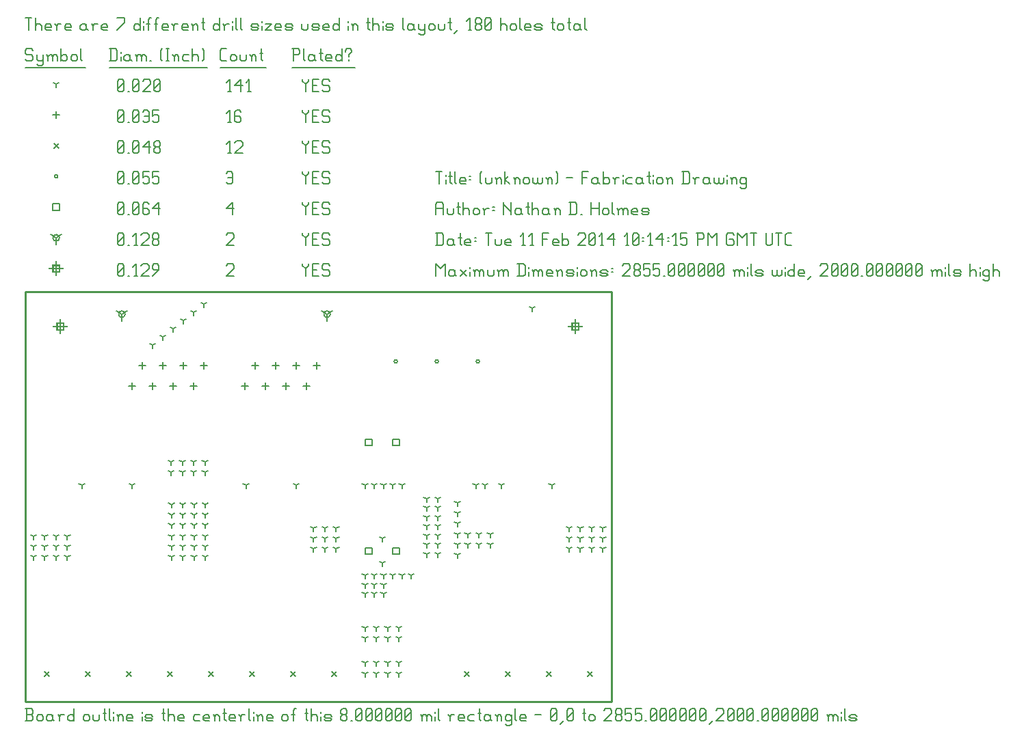
<source format=gbr>
G04 start of page 12 for group -3984 idx -3984 *
G04 Title: (unknown), fab *
G04 Creator: pcb 20110918 *
G04 CreationDate: Tue 11 Feb 2014 10:14:15 PM GMT UTC *
G04 For: ndholmes *
G04 Format: Gerber/RS-274X *
G04 PCB-Dimensions: 285500 200000 *
G04 PCB-Coordinate-Origin: lower left *
%MOIN*%
%FSLAX25Y25*%
%LNFAB*%
%ADD87C,0.0100*%
%ADD86C,0.0060*%
%ADD85R,0.0080X0.0080*%
G54D85*X17000Y186200D02*Y179800D01*
X13800Y183000D02*X20200D01*
X15400Y184600D02*X18600D01*
X15400D02*Y181400D01*
X18600D01*
Y184600D02*Y181400D01*
X268000Y186200D02*Y179800D01*
X264800Y183000D02*X271200D01*
X266400Y184600D02*X269600D01*
X266400D02*Y181400D01*
X269600D01*
Y184600D02*Y181400D01*
X15000Y214450D02*Y208050D01*
X11800Y211250D02*X18200D01*
X13400Y212850D02*X16600D01*
X13400D02*Y209650D01*
X16600D01*
Y212850D02*Y209650D01*
G54D86*X135000Y213500D02*Y212750D01*
X136500Y211250D01*
X138000Y212750D01*
Y213500D02*Y212750D01*
X136500Y211250D02*Y207500D01*
X139800Y210500D02*X142050D01*
X139800Y207500D02*X142800D01*
X139800Y213500D02*Y207500D01*
Y213500D02*X142800D01*
X147600D02*X148350Y212750D01*
X145350Y213500D02*X147600D01*
X144600Y212750D02*X145350Y213500D01*
X144600Y212750D02*Y211250D01*
X145350Y210500D01*
X147600D01*
X148350Y209750D01*
Y208250D01*
X147600Y207500D02*X148350Y208250D01*
X145350Y207500D02*X147600D01*
X144600Y208250D02*X145350Y207500D01*
X98000Y212750D02*X98750Y213500D01*
X101000D01*
X101750Y212750D01*
Y211250D01*
X98000Y207500D02*X101750Y211250D01*
X98000Y207500D02*X101750D01*
X45000Y208250D02*X45750Y207500D01*
X45000Y212750D02*Y208250D01*
Y212750D02*X45750Y213500D01*
X47250D01*
X48000Y212750D01*
Y208250D01*
X47250Y207500D02*X48000Y208250D01*
X45750Y207500D02*X47250D01*
X45000Y209000D02*X48000Y212000D01*
X49800Y207500D02*X50550D01*
X53100D02*X54600D01*
X53850Y213500D02*Y207500D01*
X52350Y212000D02*X53850Y213500D01*
X56400Y212750D02*X57150Y213500D01*
X59400D01*
X60150Y212750D01*
Y211250D01*
X56400Y207500D02*X60150Y211250D01*
X56400Y207500D02*X60150D01*
X61950D02*X64950Y210500D01*
Y212750D02*Y210500D01*
X64200Y213500D02*X64950Y212750D01*
X62700Y213500D02*X64200D01*
X61950Y212750D02*X62700Y213500D01*
X61950Y212750D02*Y211250D01*
X62700Y210500D01*
X64950D01*
X147000Y189000D02*Y185800D01*
Y189000D02*X149773Y190600D01*
X147000Y189000D02*X144227Y190600D01*
X145400Y189000D02*G75*G03X148600Y189000I1600J0D01*G01*
G75*G03X145400Y189000I-1600J0D01*G01*
X47000D02*Y185800D01*
Y189000D02*X49773Y190600D01*
X47000Y189000D02*X44227Y190600D01*
X45400Y189000D02*G75*G03X48600Y189000I1600J0D01*G01*
G75*G03X45400Y189000I-1600J0D01*G01*
X15000Y226250D02*Y223050D01*
Y226250D02*X17773Y227850D01*
X15000Y226250D02*X12227Y227850D01*
X13400Y226250D02*G75*G03X16600Y226250I1600J0D01*G01*
G75*G03X13400Y226250I-1600J0D01*G01*
X135000Y228500D02*Y227750D01*
X136500Y226250D01*
X138000Y227750D01*
Y228500D02*Y227750D01*
X136500Y226250D02*Y222500D01*
X139800Y225500D02*X142050D01*
X139800Y222500D02*X142800D01*
X139800Y228500D02*Y222500D01*
Y228500D02*X142800D01*
X147600D02*X148350Y227750D01*
X145350Y228500D02*X147600D01*
X144600Y227750D02*X145350Y228500D01*
X144600Y227750D02*Y226250D01*
X145350Y225500D01*
X147600D01*
X148350Y224750D01*
Y223250D01*
X147600Y222500D02*X148350Y223250D01*
X145350Y222500D02*X147600D01*
X144600Y223250D02*X145350Y222500D01*
X98000Y227750D02*X98750Y228500D01*
X101000D01*
X101750Y227750D01*
Y226250D01*
X98000Y222500D02*X101750Y226250D01*
X98000Y222500D02*X101750D01*
X45000Y223250D02*X45750Y222500D01*
X45000Y227750D02*Y223250D01*
Y227750D02*X45750Y228500D01*
X47250D01*
X48000Y227750D01*
Y223250D01*
X47250Y222500D02*X48000Y223250D01*
X45750Y222500D02*X47250D01*
X45000Y224000D02*X48000Y227000D01*
X49800Y222500D02*X50550D01*
X53100D02*X54600D01*
X53850Y228500D02*Y222500D01*
X52350Y227000D02*X53850Y228500D01*
X56400Y227750D02*X57150Y228500D01*
X59400D01*
X60150Y227750D01*
Y226250D01*
X56400Y222500D02*X60150Y226250D01*
X56400Y222500D02*X60150D01*
X61950Y223250D02*X62700Y222500D01*
X61950Y224750D02*Y223250D01*
Y224750D02*X62700Y225500D01*
X64200D01*
X64950Y224750D01*
Y223250D01*
X64200Y222500D02*X64950Y223250D01*
X62700Y222500D02*X64200D01*
X61950Y226250D02*X62700Y225500D01*
X61950Y227750D02*Y226250D01*
Y227750D02*X62700Y228500D01*
X64200D01*
X64950Y227750D01*
Y226250D01*
X64200Y225500D02*X64950Y226250D01*
X165700Y128100D02*X168900D01*
X165700D02*Y124900D01*
X168900D01*
Y128100D02*Y124900D01*
X179100Y128100D02*X182300D01*
X179100D02*Y124900D01*
X182300D01*
Y128100D02*Y124900D01*
X165700Y75100D02*X168900D01*
X165700D02*Y71900D01*
X168900D01*
Y75100D02*Y71900D01*
X179100Y75100D02*X182300D01*
X179100D02*Y71900D01*
X182300D01*
Y75100D02*Y71900D01*
X13400Y242850D02*X16600D01*
X13400D02*Y239650D01*
X16600D01*
Y242850D02*Y239650D01*
X135000Y243500D02*Y242750D01*
X136500Y241250D01*
X138000Y242750D01*
Y243500D02*Y242750D01*
X136500Y241250D02*Y237500D01*
X139800Y240500D02*X142050D01*
X139800Y237500D02*X142800D01*
X139800Y243500D02*Y237500D01*
Y243500D02*X142800D01*
X147600D02*X148350Y242750D01*
X145350Y243500D02*X147600D01*
X144600Y242750D02*X145350Y243500D01*
X144600Y242750D02*Y241250D01*
X145350Y240500D01*
X147600D01*
X148350Y239750D01*
Y238250D01*
X147600Y237500D02*X148350Y238250D01*
X145350Y237500D02*X147600D01*
X144600Y238250D02*X145350Y237500D01*
X98000Y240500D02*X101000Y243500D01*
X98000Y240500D02*X101750D01*
X101000Y243500D02*Y237500D01*
X45000Y238250D02*X45750Y237500D01*
X45000Y242750D02*Y238250D01*
Y242750D02*X45750Y243500D01*
X47250D01*
X48000Y242750D01*
Y238250D01*
X47250Y237500D02*X48000Y238250D01*
X45750Y237500D02*X47250D01*
X45000Y239000D02*X48000Y242000D01*
X49800Y237500D02*X50550D01*
X52350Y238250D02*X53100Y237500D01*
X52350Y242750D02*Y238250D01*
Y242750D02*X53100Y243500D01*
X54600D01*
X55350Y242750D01*
Y238250D01*
X54600Y237500D02*X55350Y238250D01*
X53100Y237500D02*X54600D01*
X52350Y239000D02*X55350Y242000D01*
X59400Y243500D02*X60150Y242750D01*
X57900Y243500D02*X59400D01*
X57150Y242750D02*X57900Y243500D01*
X57150Y242750D02*Y238250D01*
X57900Y237500D01*
X59400Y240500D02*X60150Y239750D01*
X57150Y240500D02*X59400D01*
X57900Y237500D02*X59400D01*
X60150Y238250D01*
Y239750D02*Y238250D01*
X61950Y240500D02*X64950Y243500D01*
X61950Y240500D02*X65700D01*
X64950Y243500D02*Y237500D01*
X219700Y166000D02*G75*G03X221300Y166000I800J0D01*G01*
G75*G03X219700Y166000I-800J0D01*G01*
X199700D02*G75*G03X201300Y166000I800J0D01*G01*
G75*G03X199700Y166000I-800J0D01*G01*
X179700D02*G75*G03X181300Y166000I800J0D01*G01*
G75*G03X179700Y166000I-800J0D01*G01*
X14200Y256250D02*G75*G03X15800Y256250I800J0D01*G01*
G75*G03X14200Y256250I-800J0D01*G01*
X135000Y258500D02*Y257750D01*
X136500Y256250D01*
X138000Y257750D01*
Y258500D02*Y257750D01*
X136500Y256250D02*Y252500D01*
X139800Y255500D02*X142050D01*
X139800Y252500D02*X142800D01*
X139800Y258500D02*Y252500D01*
Y258500D02*X142800D01*
X147600D02*X148350Y257750D01*
X145350Y258500D02*X147600D01*
X144600Y257750D02*X145350Y258500D01*
X144600Y257750D02*Y256250D01*
X145350Y255500D01*
X147600D01*
X148350Y254750D01*
Y253250D01*
X147600Y252500D02*X148350Y253250D01*
X145350Y252500D02*X147600D01*
X144600Y253250D02*X145350Y252500D01*
X98000Y257750D02*X98750Y258500D01*
X100250D01*
X101000Y257750D01*
Y253250D01*
X100250Y252500D02*X101000Y253250D01*
X98750Y252500D02*X100250D01*
X98000Y253250D02*X98750Y252500D01*
Y255500D02*X101000D01*
X45000Y253250D02*X45750Y252500D01*
X45000Y257750D02*Y253250D01*
Y257750D02*X45750Y258500D01*
X47250D01*
X48000Y257750D01*
Y253250D01*
X47250Y252500D02*X48000Y253250D01*
X45750Y252500D02*X47250D01*
X45000Y254000D02*X48000Y257000D01*
X49800Y252500D02*X50550D01*
X52350Y253250D02*X53100Y252500D01*
X52350Y257750D02*Y253250D01*
Y257750D02*X53100Y258500D01*
X54600D01*
X55350Y257750D01*
Y253250D01*
X54600Y252500D02*X55350Y253250D01*
X53100Y252500D02*X54600D01*
X52350Y254000D02*X55350Y257000D01*
X57150Y258500D02*X60150D01*
X57150D02*Y255500D01*
X57900Y256250D01*
X59400D01*
X60150Y255500D01*
Y253250D01*
X59400Y252500D02*X60150Y253250D01*
X57900Y252500D02*X59400D01*
X57150Y253250D02*X57900Y252500D01*
X61950Y258500D02*X64950D01*
X61950D02*Y255500D01*
X62700Y256250D01*
X64200D01*
X64950Y255500D01*
Y253250D01*
X64200Y252500D02*X64950Y253250D01*
X62700Y252500D02*X64200D01*
X61950Y253250D02*X62700Y252500D01*
X9300Y14700D02*X11700Y12300D01*
X9300D02*X11700Y14700D01*
X29300D02*X31700Y12300D01*
X29300D02*X31700Y14700D01*
X49300D02*X51700Y12300D01*
X49300D02*X51700Y14700D01*
X69300D02*X71700Y12300D01*
X69300D02*X71700Y14700D01*
X89300D02*X91700Y12300D01*
X89300D02*X91700Y14700D01*
X109300D02*X111700Y12300D01*
X109300D02*X111700Y14700D01*
X129300D02*X131700Y12300D01*
X129300D02*X131700Y14700D01*
X149300D02*X151700Y12300D01*
X149300D02*X151700Y14700D01*
X253800D02*X256200Y12300D01*
X253800D02*X256200Y14700D01*
X273800D02*X276200Y12300D01*
X273800D02*X276200Y14700D01*
X213800D02*X216200Y12300D01*
X213800D02*X216200Y14700D01*
X233800D02*X236200Y12300D01*
X233800D02*X236200Y14700D01*
X13800Y272450D02*X16200Y270050D01*
X13800D02*X16200Y272450D01*
X135000Y273500D02*Y272750D01*
X136500Y271250D01*
X138000Y272750D01*
Y273500D02*Y272750D01*
X136500Y271250D02*Y267500D01*
X139800Y270500D02*X142050D01*
X139800Y267500D02*X142800D01*
X139800Y273500D02*Y267500D01*
Y273500D02*X142800D01*
X147600D02*X148350Y272750D01*
X145350Y273500D02*X147600D01*
X144600Y272750D02*X145350Y273500D01*
X144600Y272750D02*Y271250D01*
X145350Y270500D01*
X147600D01*
X148350Y269750D01*
Y268250D01*
X147600Y267500D02*X148350Y268250D01*
X145350Y267500D02*X147600D01*
X144600Y268250D02*X145350Y267500D01*
X98750D02*X100250D01*
X99500Y273500D02*Y267500D01*
X98000Y272000D02*X99500Y273500D01*
X102050Y272750D02*X102800Y273500D01*
X105050D01*
X105800Y272750D01*
Y271250D01*
X102050Y267500D02*X105800Y271250D01*
X102050Y267500D02*X105800D01*
X45000Y268250D02*X45750Y267500D01*
X45000Y272750D02*Y268250D01*
Y272750D02*X45750Y273500D01*
X47250D01*
X48000Y272750D01*
Y268250D01*
X47250Y267500D02*X48000Y268250D01*
X45750Y267500D02*X47250D01*
X45000Y269000D02*X48000Y272000D01*
X49800Y267500D02*X50550D01*
X52350Y268250D02*X53100Y267500D01*
X52350Y272750D02*Y268250D01*
Y272750D02*X53100Y273500D01*
X54600D01*
X55350Y272750D01*
Y268250D01*
X54600Y267500D02*X55350Y268250D01*
X53100Y267500D02*X54600D01*
X52350Y269000D02*X55350Y272000D01*
X57150Y270500D02*X60150Y273500D01*
X57150Y270500D02*X60900D01*
X60150Y273500D02*Y267500D01*
X62700Y268250D02*X63450Y267500D01*
X62700Y269750D02*Y268250D01*
Y269750D02*X63450Y270500D01*
X64950D01*
X65700Y269750D01*
Y268250D01*
X64950Y267500D02*X65700Y268250D01*
X63450Y267500D02*X64950D01*
X62700Y271250D02*X63450Y270500D01*
X62700Y272750D02*Y271250D01*
Y272750D02*X63450Y273500D01*
X64950D01*
X65700Y272750D01*
Y271250D01*
X64950Y270500D02*X65700Y271250D01*
X142000Y165600D02*Y162400D01*
X140400Y164000D02*X143600D01*
X137000Y155600D02*Y152400D01*
X135400Y154000D02*X138600D01*
X132000Y165600D02*Y162400D01*
X130400Y164000D02*X133600D01*
X127000Y155600D02*Y152400D01*
X125400Y154000D02*X128600D01*
X122000Y165600D02*Y162400D01*
X120400Y164000D02*X123600D01*
X117000Y155600D02*Y152400D01*
X115400Y154000D02*X118600D01*
X112000Y165600D02*Y162400D01*
X110400Y164000D02*X113600D01*
X107000Y155600D02*Y152400D01*
X105400Y154000D02*X108600D01*
X87000Y165600D02*Y162400D01*
X85400Y164000D02*X88600D01*
X82000Y155600D02*Y152400D01*
X80400Y154000D02*X83600D01*
X77000Y165600D02*Y162400D01*
X75400Y164000D02*X78600D01*
X72000Y155600D02*Y152400D01*
X70400Y154000D02*X73600D01*
X67000Y165600D02*Y162400D01*
X65400Y164000D02*X68600D01*
X62000Y155600D02*Y152400D01*
X60400Y154000D02*X63600D01*
X57000Y165600D02*Y162400D01*
X55400Y164000D02*X58600D01*
X52000Y155600D02*Y152400D01*
X50400Y154000D02*X53600D01*
X15000Y287850D02*Y284650D01*
X13400Y286250D02*X16600D01*
X135000Y288500D02*Y287750D01*
X136500Y286250D01*
X138000Y287750D01*
Y288500D02*Y287750D01*
X136500Y286250D02*Y282500D01*
X139800Y285500D02*X142050D01*
X139800Y282500D02*X142800D01*
X139800Y288500D02*Y282500D01*
Y288500D02*X142800D01*
X147600D02*X148350Y287750D01*
X145350Y288500D02*X147600D01*
X144600Y287750D02*X145350Y288500D01*
X144600Y287750D02*Y286250D01*
X145350Y285500D01*
X147600D01*
X148350Y284750D01*
Y283250D01*
X147600Y282500D02*X148350Y283250D01*
X145350Y282500D02*X147600D01*
X144600Y283250D02*X145350Y282500D01*
X98750D02*X100250D01*
X99500Y288500D02*Y282500D01*
X98000Y287000D02*X99500Y288500D01*
X104300D02*X105050Y287750D01*
X102800Y288500D02*X104300D01*
X102050Y287750D02*X102800Y288500D01*
X102050Y287750D02*Y283250D01*
X102800Y282500D01*
X104300Y285500D02*X105050Y284750D01*
X102050Y285500D02*X104300D01*
X102800Y282500D02*X104300D01*
X105050Y283250D01*
Y284750D02*Y283250D01*
X45000D02*X45750Y282500D01*
X45000Y287750D02*Y283250D01*
Y287750D02*X45750Y288500D01*
X47250D01*
X48000Y287750D01*
Y283250D01*
X47250Y282500D02*X48000Y283250D01*
X45750Y282500D02*X47250D01*
X45000Y284000D02*X48000Y287000D01*
X49800Y282500D02*X50550D01*
X52350Y283250D02*X53100Y282500D01*
X52350Y287750D02*Y283250D01*
Y287750D02*X53100Y288500D01*
X54600D01*
X55350Y287750D01*
Y283250D01*
X54600Y282500D02*X55350Y283250D01*
X53100Y282500D02*X54600D01*
X52350Y284000D02*X55350Y287000D01*
X57150Y287750D02*X57900Y288500D01*
X59400D01*
X60150Y287750D01*
Y283250D01*
X59400Y282500D02*X60150Y283250D01*
X57900Y282500D02*X59400D01*
X57150Y283250D02*X57900Y282500D01*
Y285500D02*X60150D01*
X61950Y288500D02*X64950D01*
X61950D02*Y285500D01*
X62700Y286250D01*
X64200D01*
X64950Y285500D01*
Y283250D01*
X64200Y282500D02*X64950Y283250D01*
X62700Y282500D02*X64200D01*
X61950Y283250D02*X62700Y282500D01*
X52000Y105500D02*Y103900D01*
Y105500D02*X53387Y106300D01*
X52000Y105500D02*X50613Y106300D01*
X27500Y105500D02*Y103900D01*
Y105500D02*X28887Y106300D01*
X27500Y105500D02*X26113Y106300D01*
X132000Y105500D02*Y103900D01*
Y105500D02*X133387Y106300D01*
X132000Y105500D02*X130613Y106300D01*
X107500Y105500D02*Y103900D01*
Y105500D02*X108887Y106300D01*
X107500Y105500D02*X106113Y106300D01*
X182000Y31000D02*Y29400D01*
Y31000D02*X183387Y31800D01*
X182000Y31000D02*X180613Y31800D01*
X176500Y31000D02*Y29400D01*
Y31000D02*X177887Y31800D01*
X176500Y31000D02*X175113Y31800D01*
X171000Y31000D02*Y29400D01*
Y31000D02*X172387Y31800D01*
X171000Y31000D02*X169613Y31800D01*
X165500Y31000D02*Y29400D01*
Y31000D02*X166887Y31800D01*
X165500Y31000D02*X164113Y31800D01*
X182000Y36000D02*Y34400D01*
Y36000D02*X183387Y36800D01*
X182000Y36000D02*X180613Y36800D01*
X176500Y36000D02*Y34400D01*
Y36000D02*X177887Y36800D01*
X176500Y36000D02*X175113Y36800D01*
X171000Y36000D02*Y34400D01*
Y36000D02*X172387Y36800D01*
X171000Y36000D02*X169613Y36800D01*
X165500Y36000D02*Y34400D01*
Y36000D02*X166887Y36800D01*
X165500Y36000D02*X164113Y36800D01*
X182000Y19000D02*Y17400D01*
Y19000D02*X183387Y19800D01*
X182000Y19000D02*X180613Y19800D01*
X176500Y19000D02*Y17400D01*
Y19000D02*X177887Y19800D01*
X176500Y19000D02*X175113Y19800D01*
X171000Y19000D02*Y17400D01*
Y19000D02*X172387Y19800D01*
X171000Y19000D02*X169613Y19800D01*
X165500Y19000D02*Y17400D01*
Y19000D02*X166887Y19800D01*
X165500Y19000D02*X164113Y19800D01*
X182000Y13500D02*Y11900D01*
Y13500D02*X183387Y14300D01*
X182000Y13500D02*X180613Y14300D01*
X176500Y13500D02*Y11900D01*
Y13500D02*X177887Y14300D01*
X176500Y13500D02*X175113Y14300D01*
X171000Y13500D02*Y11900D01*
Y13500D02*X172387Y14300D01*
X171000Y13500D02*X169613Y14300D01*
X165500Y13500D02*Y11900D01*
Y13500D02*X166887Y14300D01*
X165500Y13500D02*X164113Y14300D01*
X20427Y70645D02*Y69045D01*
Y70645D02*X21814Y71445D01*
X20427Y70645D02*X19040Y71445D01*
X14927Y70645D02*Y69045D01*
Y70645D02*X16314Y71445D01*
X14927Y70645D02*X13540Y71445D01*
X9427Y70645D02*Y69045D01*
Y70645D02*X10814Y71445D01*
X9427Y70645D02*X8040Y71445D01*
X3927Y70645D02*Y69045D01*
Y70645D02*X5314Y71445D01*
X3927Y70645D02*X2540Y71445D01*
X20427Y75645D02*Y74045D01*
Y75645D02*X21814Y76445D01*
X20427Y75645D02*X19040Y76445D01*
X14927Y75645D02*Y74045D01*
Y75645D02*X16314Y76445D01*
X14927Y75645D02*X13540Y76445D01*
X9427Y75645D02*Y74045D01*
Y75645D02*X10814Y76445D01*
X9427Y75645D02*X8040Y76445D01*
X3927Y75645D02*Y74045D01*
Y75645D02*X5314Y76445D01*
X3927Y75645D02*X2540Y76445D01*
X20427Y80645D02*Y79045D01*
Y80645D02*X21814Y81445D01*
X20427Y80645D02*X19040Y81445D01*
X14927Y80645D02*Y79045D01*
Y80645D02*X16314Y81445D01*
X14927Y80645D02*X13540Y81445D01*
X9427Y80645D02*Y79045D01*
Y80645D02*X10814Y81445D01*
X9427Y80645D02*X8040Y81445D01*
X3927Y80645D02*Y79045D01*
Y80645D02*X5314Y81445D01*
X3927Y80645D02*X2540Y81445D01*
X151395Y74500D02*Y72900D01*
Y74500D02*X152782Y75300D01*
X151395Y74500D02*X150008Y75300D01*
X145895Y74500D02*Y72900D01*
Y74500D02*X147282Y75300D01*
X145895Y74500D02*X144508Y75300D01*
X140395Y74500D02*Y72900D01*
Y74500D02*X141782Y75300D01*
X140395Y74500D02*X139008Y75300D01*
X151395Y79500D02*Y77900D01*
Y79500D02*X152782Y80300D01*
X151395Y79500D02*X150008Y80300D01*
X145895Y79500D02*Y77900D01*
Y79500D02*X147282Y80300D01*
X145895Y79500D02*X144508Y80300D01*
X140395Y79500D02*Y77900D01*
Y79500D02*X141782Y80300D01*
X140395Y79500D02*X139008Y80300D01*
X151395Y84500D02*Y82900D01*
Y84500D02*X152782Y85300D01*
X151395Y84500D02*X150008Y85300D01*
X145895Y84500D02*Y82900D01*
Y84500D02*X147282Y85300D01*
X145895Y84500D02*X144508Y85300D01*
X140395Y84500D02*Y82900D01*
Y84500D02*X141782Y85300D01*
X140395Y84500D02*X139008Y85300D01*
X87632Y70616D02*Y69016D01*
Y70616D02*X89019Y71416D01*
X87632Y70616D02*X86245Y71416D01*
X82132Y70616D02*Y69016D01*
Y70616D02*X83519Y71416D01*
X82132Y70616D02*X80745Y71416D01*
X76632Y70616D02*Y69016D01*
Y70616D02*X78019Y71416D01*
X76632Y70616D02*X75245Y71416D01*
X71132Y70616D02*Y69016D01*
Y70616D02*X72519Y71416D01*
X71132Y70616D02*X69745Y71416D01*
X87632Y75616D02*Y74016D01*
Y75616D02*X89019Y76416D01*
X87632Y75616D02*X86245Y76416D01*
X82132Y75616D02*Y74016D01*
Y75616D02*X83519Y76416D01*
X82132Y75616D02*X80745Y76416D01*
X76632Y75616D02*Y74016D01*
Y75616D02*X78019Y76416D01*
X76632Y75616D02*X75245Y76416D01*
X71132Y75616D02*Y74016D01*
Y75616D02*X72519Y76416D01*
X71132Y75616D02*X69745Y76416D01*
X87632Y80616D02*Y79016D01*
Y80616D02*X89019Y81416D01*
X87632Y80616D02*X86245Y81416D01*
X82132Y80616D02*Y79016D01*
Y80616D02*X83519Y81416D01*
X82132Y80616D02*X80745Y81416D01*
X76632Y80616D02*Y79016D01*
Y80616D02*X78019Y81416D01*
X76632Y80616D02*X75245Y81416D01*
X71132Y80616D02*Y79016D01*
Y80616D02*X72519Y81416D01*
X71132Y80616D02*X69745Y81416D01*
X87658Y86127D02*Y84527D01*
Y86127D02*X89045Y86927D01*
X87658Y86127D02*X86271Y86927D01*
X82158Y86127D02*Y84527D01*
Y86127D02*X83545Y86927D01*
X82158Y86127D02*X80771Y86927D01*
X76658Y86127D02*Y84527D01*
Y86127D02*X78045Y86927D01*
X76658Y86127D02*X75271Y86927D01*
X71158Y86127D02*Y84527D01*
Y86127D02*X72545Y86927D01*
X71158Y86127D02*X69771Y86927D01*
X87658Y91127D02*Y89527D01*
Y91127D02*X89045Y91927D01*
X87658Y91127D02*X86271Y91927D01*
X82158Y91127D02*Y89527D01*
Y91127D02*X83545Y91927D01*
X82158Y91127D02*X80771Y91927D01*
X76658Y91127D02*Y89527D01*
Y91127D02*X78045Y91927D01*
X76658Y91127D02*X75271Y91927D01*
X71158Y91127D02*Y89527D01*
Y91127D02*X72545Y91927D01*
X71158Y91127D02*X69771Y91927D01*
X87658Y96127D02*Y94527D01*
Y96127D02*X89045Y96927D01*
X87658Y96127D02*X86271Y96927D01*
X82158Y96127D02*Y94527D01*
Y96127D02*X83545Y96927D01*
X82158Y96127D02*X80771Y96927D01*
X76658Y96127D02*Y94527D01*
Y96127D02*X78045Y96927D01*
X76658Y96127D02*X75271Y96927D01*
X71158Y96127D02*Y94527D01*
Y96127D02*X72545Y96927D01*
X71158Y96127D02*X69771Y96927D01*
X87500Y112000D02*Y110400D01*
Y112000D02*X88887Y112800D01*
X87500Y112000D02*X86113Y112800D01*
X82000Y112000D02*Y110400D01*
Y112000D02*X83387Y112800D01*
X82000Y112000D02*X80613Y112800D01*
X76500Y112000D02*Y110400D01*
Y112000D02*X77887Y112800D01*
X76500Y112000D02*X75113Y112800D01*
X71000Y112000D02*Y110400D01*
Y112000D02*X72387Y112800D01*
X71000Y112000D02*X69613Y112800D01*
X87500Y117000D02*Y115400D01*
Y117000D02*X88887Y117800D01*
X87500Y117000D02*X86113Y117800D01*
X82000Y117000D02*Y115400D01*
Y117000D02*X83387Y117800D01*
X82000Y117000D02*X80613Y117800D01*
X76500Y117000D02*Y115400D01*
Y117000D02*X77887Y117800D01*
X76500Y117000D02*X75113Y117800D01*
X71000Y117000D02*Y115400D01*
Y117000D02*X72387Y117800D01*
X71000Y117000D02*X69613Y117800D01*
X183500Y105500D02*Y103900D01*
Y105500D02*X184887Y106300D01*
X183500Y105500D02*X182113Y106300D01*
X179000Y105500D02*Y103900D01*
Y105500D02*X180387Y106300D01*
X179000Y105500D02*X177613Y106300D01*
X174500Y105500D02*Y103900D01*
Y105500D02*X175887Y106300D01*
X174500Y105500D02*X173113Y106300D01*
X170000Y105500D02*Y103900D01*
Y105500D02*X171387Y106300D01*
X170000Y105500D02*X168613Y106300D01*
X165500Y105500D02*Y103900D01*
Y105500D02*X166887Y106300D01*
X165500Y105500D02*X164113Y106300D01*
X256500Y105500D02*Y103900D01*
Y105500D02*X257887Y106300D01*
X256500Y105500D02*X255113Y106300D01*
X232000Y105500D02*Y103900D01*
Y105500D02*X233387Y106300D01*
X232000Y105500D02*X230613Y106300D01*
X281395Y74500D02*Y72900D01*
Y74500D02*X282782Y75300D01*
X281395Y74500D02*X280008Y75300D01*
X275895Y74500D02*Y72900D01*
Y74500D02*X277282Y75300D01*
X275895Y74500D02*X274508Y75300D01*
X270395Y74500D02*Y72900D01*
Y74500D02*X271782Y75300D01*
X270395Y74500D02*X269008Y75300D01*
X264895Y74500D02*Y72900D01*
Y74500D02*X266282Y75300D01*
X264895Y74500D02*X263508Y75300D01*
X281395Y79500D02*Y77900D01*
Y79500D02*X282782Y80300D01*
X281395Y79500D02*X280008Y80300D01*
X275895Y79500D02*Y77900D01*
Y79500D02*X277282Y80300D01*
X275895Y79500D02*X274508Y80300D01*
X270395Y79500D02*Y77900D01*
Y79500D02*X271782Y80300D01*
X270395Y79500D02*X269008Y80300D01*
X264895Y79500D02*Y77900D01*
Y79500D02*X266282Y80300D01*
X264895Y79500D02*X263508Y80300D01*
X281395Y84500D02*Y82900D01*
Y84500D02*X282782Y85300D01*
X281395Y84500D02*X280008Y85300D01*
X275895Y84500D02*Y82900D01*
Y84500D02*X277282Y85300D01*
X275895Y84500D02*X274508Y85300D01*
X270395Y84500D02*Y82900D01*
Y84500D02*X271782Y85300D01*
X270395Y84500D02*X269008Y85300D01*
X264895Y84500D02*Y82900D01*
Y84500D02*X266282Y85300D01*
X264895Y84500D02*X263508Y85300D01*
X210473Y71489D02*Y69889D01*
Y71489D02*X211860Y72289D01*
X210473Y71489D02*X209086Y72289D01*
X210473Y76489D02*Y74889D01*
Y76489D02*X211860Y77289D01*
X210473Y76489D02*X209086Y77289D01*
X210473Y81489D02*Y79889D01*
Y81489D02*X211860Y82289D01*
X210473Y81489D02*X209086Y82289D01*
X210500Y87000D02*Y85400D01*
Y87000D02*X211887Y87800D01*
X210500Y87000D02*X209113Y87800D01*
X210500Y92000D02*Y90400D01*
Y92000D02*X211887Y92800D01*
X210500Y92000D02*X209113Y92800D01*
X210500Y97000D02*Y95400D01*
Y97000D02*X211887Y97800D01*
X210500Y97000D02*X209113Y97800D01*
X67000Y178000D02*Y176400D01*
Y178000D02*X68387Y178800D01*
X67000Y178000D02*X65613Y178800D01*
X72000Y182000D02*Y180400D01*
Y182000D02*X73387Y182800D01*
X72000Y182000D02*X70613Y182800D01*
X77000Y186000D02*Y184400D01*
Y186000D02*X78387Y186800D01*
X77000Y186000D02*X75613Y186800D01*
X62000Y174000D02*Y172400D01*
Y174000D02*X63387Y174800D01*
X62000Y174000D02*X60613Y174800D01*
X82000Y190000D02*Y188400D01*
Y190000D02*X83387Y190800D01*
X82000Y190000D02*X80613Y190800D01*
X87000Y194000D02*Y192400D01*
Y194000D02*X88387Y194800D01*
X87000Y194000D02*X85613Y194800D01*
X224000Y105500D02*Y103900D01*
Y105500D02*X225387Y106300D01*
X224000Y105500D02*X222613Y106300D01*
X219500Y105500D02*Y103900D01*
Y105500D02*X220887Y106300D01*
X219500Y105500D02*X218113Y106300D01*
X226500Y76500D02*Y74900D01*
Y76500D02*X227887Y77300D01*
X226500Y76500D02*X225113Y77300D01*
X221000Y76500D02*Y74900D01*
Y76500D02*X222387Y77300D01*
X221000Y76500D02*X219613Y77300D01*
X215500Y76500D02*Y74900D01*
Y76500D02*X216887Y77300D01*
X215500Y76500D02*X214113Y77300D01*
X226500Y81500D02*Y79900D01*
Y81500D02*X227887Y82300D01*
X226500Y81500D02*X225113Y82300D01*
X221000Y81500D02*Y79900D01*
Y81500D02*X222387Y82300D01*
X221000Y81500D02*X219613Y82300D01*
X215500Y81500D02*Y79900D01*
Y81500D02*X216887Y82300D01*
X215500Y81500D02*X214113Y82300D01*
X247000Y192000D02*Y190400D01*
Y192000D02*X248387Y192800D01*
X247000Y192000D02*X245613Y192800D01*
X174000Y79500D02*Y77900D01*
Y79500D02*X175387Y80300D01*
X174000Y79500D02*X172613Y80300D01*
X174000Y67500D02*Y65900D01*
Y67500D02*X175387Y68300D01*
X174000Y67500D02*X172613Y68300D01*
X188000Y61500D02*Y59900D01*
Y61500D02*X189387Y62300D01*
X188000Y61500D02*X186613Y62300D01*
X179000Y61500D02*Y59900D01*
Y61500D02*X180387Y62300D01*
X179000Y61500D02*X177613Y62300D01*
X183500Y61500D02*Y59900D01*
Y61500D02*X184887Y62300D01*
X183500Y61500D02*X182113Y62300D01*
X165500Y61500D02*Y59900D01*
Y61500D02*X166887Y62300D01*
X165500Y61500D02*X164113Y62300D01*
X170000Y61500D02*Y59900D01*
Y61500D02*X171387Y62300D01*
X170000Y61500D02*X168613Y62300D01*
X174500Y61500D02*Y59900D01*
Y61500D02*X175887Y62300D01*
X174500Y61500D02*X173113Y62300D01*
X195500Y99000D02*Y97400D01*
Y99000D02*X196887Y99800D01*
X195500Y99000D02*X194113Y99800D01*
X201000Y99000D02*Y97400D01*
Y99000D02*X202387Y99800D01*
X201000Y99000D02*X199613Y99800D01*
X195500Y94500D02*Y92900D01*
Y94500D02*X196887Y95300D01*
X195500Y94500D02*X194113Y95300D01*
X201000Y94500D02*Y92900D01*
Y94500D02*X202387Y95300D01*
X201000Y94500D02*X199613Y95300D01*
X195500Y90000D02*Y88400D01*
Y90000D02*X196887Y90800D01*
X195500Y90000D02*X194113Y90800D01*
X201000Y90000D02*Y88400D01*
Y90000D02*X202387Y90800D01*
X201000Y90000D02*X199613Y90800D01*
X195500Y85500D02*Y83900D01*
Y85500D02*X196887Y86300D01*
X195500Y85500D02*X194113Y86300D01*
X201000Y85500D02*Y83900D01*
Y85500D02*X202387Y86300D01*
X201000Y85500D02*X199613Y86300D01*
X195500Y81000D02*Y79400D01*
Y81000D02*X196887Y81800D01*
X195500Y81000D02*X194113Y81800D01*
X201000Y81000D02*Y79400D01*
Y81000D02*X202387Y81800D01*
X201000Y81000D02*X199613Y81800D01*
X195500Y76500D02*Y74900D01*
Y76500D02*X196887Y77300D01*
X195500Y76500D02*X194113Y77300D01*
X201000Y76500D02*Y74900D01*
Y76500D02*X202387Y77300D01*
X201000Y76500D02*X199613Y77300D01*
X195500Y72000D02*Y70400D01*
Y72000D02*X196887Y72800D01*
X195500Y72000D02*X194113Y72800D01*
X201000Y72000D02*Y70400D01*
Y72000D02*X202387Y72800D01*
X201000Y72000D02*X199613Y72800D01*
X165500Y57000D02*Y55400D01*
Y57000D02*X166887Y57800D01*
X165500Y57000D02*X164113Y57800D01*
X170000Y57000D02*Y55400D01*
Y57000D02*X171387Y57800D01*
X170000Y57000D02*X168613Y57800D01*
X174500Y57000D02*Y55400D01*
Y57000D02*X175887Y57800D01*
X174500Y57000D02*X173113Y57800D01*
X165500Y52500D02*Y50900D01*
Y52500D02*X166887Y53300D01*
X165500Y52500D02*X164113Y53300D01*
X170000Y52500D02*Y50900D01*
Y52500D02*X171387Y53300D01*
X170000Y52500D02*X168613Y53300D01*
X174500Y52500D02*Y50900D01*
Y52500D02*X175887Y53300D01*
X174500Y52500D02*X173113Y53300D01*
X15000Y301250D02*Y299650D01*
Y301250D02*X16387Y302050D01*
X15000Y301250D02*X13613Y302050D01*
X135000Y303500D02*Y302750D01*
X136500Y301250D01*
X138000Y302750D01*
Y303500D02*Y302750D01*
X136500Y301250D02*Y297500D01*
X139800Y300500D02*X142050D01*
X139800Y297500D02*X142800D01*
X139800Y303500D02*Y297500D01*
Y303500D02*X142800D01*
X147600D02*X148350Y302750D01*
X145350Y303500D02*X147600D01*
X144600Y302750D02*X145350Y303500D01*
X144600Y302750D02*Y301250D01*
X145350Y300500D01*
X147600D01*
X148350Y299750D01*
Y298250D01*
X147600Y297500D02*X148350Y298250D01*
X145350Y297500D02*X147600D01*
X144600Y298250D02*X145350Y297500D01*
X98750D02*X100250D01*
X99500Y303500D02*Y297500D01*
X98000Y302000D02*X99500Y303500D01*
X102050Y300500D02*X105050Y303500D01*
X102050Y300500D02*X105800D01*
X105050Y303500D02*Y297500D01*
X108350D02*X109850D01*
X109100Y303500D02*Y297500D01*
X107600Y302000D02*X109100Y303500D01*
X45000Y298250D02*X45750Y297500D01*
X45000Y302750D02*Y298250D01*
Y302750D02*X45750Y303500D01*
X47250D01*
X48000Y302750D01*
Y298250D01*
X47250Y297500D02*X48000Y298250D01*
X45750Y297500D02*X47250D01*
X45000Y299000D02*X48000Y302000D01*
X49800Y297500D02*X50550D01*
X52350Y298250D02*X53100Y297500D01*
X52350Y302750D02*Y298250D01*
Y302750D02*X53100Y303500D01*
X54600D01*
X55350Y302750D01*
Y298250D01*
X54600Y297500D02*X55350Y298250D01*
X53100Y297500D02*X54600D01*
X52350Y299000D02*X55350Y302000D01*
X57150Y302750D02*X57900Y303500D01*
X60150D01*
X60900Y302750D01*
Y301250D01*
X57150Y297500D02*X60900Y301250D01*
X57150Y297500D02*X60900D01*
X62700Y298250D02*X63450Y297500D01*
X62700Y302750D02*Y298250D01*
Y302750D02*X63450Y303500D01*
X64950D01*
X65700Y302750D01*
Y298250D01*
X64950Y297500D02*X65700Y298250D01*
X63450Y297500D02*X64950D01*
X62700Y299000D02*X65700Y302000D01*
X3000Y318500D02*X3750Y317750D01*
X750Y318500D02*X3000D01*
X0Y317750D02*X750Y318500D01*
X0Y317750D02*Y316250D01*
X750Y315500D01*
X3000D01*
X3750Y314750D01*
Y313250D01*
X3000Y312500D02*X3750Y313250D01*
X750Y312500D02*X3000D01*
X0Y313250D02*X750Y312500D01*
X5550Y315500D02*Y313250D01*
X6300Y312500D01*
X8550Y315500D02*Y311000D01*
X7800Y310250D02*X8550Y311000D01*
X6300Y310250D02*X7800D01*
X5550Y311000D02*X6300Y310250D01*
Y312500D02*X7800D01*
X8550Y313250D01*
X11100Y314750D02*Y312500D01*
Y314750D02*X11850Y315500D01*
X12600D01*
X13350Y314750D01*
Y312500D01*
Y314750D02*X14100Y315500D01*
X14850D01*
X15600Y314750D01*
Y312500D01*
X10350Y315500D02*X11100Y314750D01*
X17400Y318500D02*Y312500D01*
Y313250D02*X18150Y312500D01*
X19650D01*
X20400Y313250D01*
Y314750D02*Y313250D01*
X19650Y315500D02*X20400Y314750D01*
X18150Y315500D02*X19650D01*
X17400Y314750D02*X18150Y315500D01*
X22200Y314750D02*Y313250D01*
Y314750D02*X22950Y315500D01*
X24450D01*
X25200Y314750D01*
Y313250D01*
X24450Y312500D02*X25200Y313250D01*
X22950Y312500D02*X24450D01*
X22200Y313250D02*X22950Y312500D01*
X27000Y318500D02*Y313250D01*
X27750Y312500D01*
X0Y309250D02*X29250D01*
X41750Y318500D02*Y312500D01*
X44000Y318500D02*X44750Y317750D01*
Y313250D01*
X44000Y312500D02*X44750Y313250D01*
X41000Y312500D02*X44000D01*
X41000Y318500D02*X44000D01*
X46550Y317000D02*Y316250D01*
Y314750D02*Y312500D01*
X50300Y315500D02*X51050Y314750D01*
X48800Y315500D02*X50300D01*
X48050Y314750D02*X48800Y315500D01*
X48050Y314750D02*Y313250D01*
X48800Y312500D01*
X51050Y315500D02*Y313250D01*
X51800Y312500D01*
X48800D02*X50300D01*
X51050Y313250D01*
X54350Y314750D02*Y312500D01*
Y314750D02*X55100Y315500D01*
X55850D01*
X56600Y314750D01*
Y312500D01*
Y314750D02*X57350Y315500D01*
X58100D01*
X58850Y314750D01*
Y312500D01*
X53600Y315500D02*X54350Y314750D01*
X60650Y312500D02*X61400D01*
X65900Y313250D02*X66650Y312500D01*
X65900Y317750D02*X66650Y318500D01*
X65900Y317750D02*Y313250D01*
X68450Y318500D02*X69950D01*
X69200D02*Y312500D01*
X68450D02*X69950D01*
X72500Y314750D02*Y312500D01*
Y314750D02*X73250Y315500D01*
X74000D01*
X74750Y314750D01*
Y312500D01*
X71750Y315500D02*X72500Y314750D01*
X77300Y315500D02*X79550D01*
X76550Y314750D02*X77300Y315500D01*
X76550Y314750D02*Y313250D01*
X77300Y312500D01*
X79550D01*
X81350Y318500D02*Y312500D01*
Y314750D02*X82100Y315500D01*
X83600D01*
X84350Y314750D01*
Y312500D01*
X86150Y318500D02*X86900Y317750D01*
Y313250D01*
X86150Y312500D02*X86900Y313250D01*
X41000Y309250D02*X88700D01*
X95750Y312500D02*X98000D01*
X95000Y313250D02*X95750Y312500D01*
X95000Y317750D02*Y313250D01*
Y317750D02*X95750Y318500D01*
X98000D01*
X99800Y314750D02*Y313250D01*
Y314750D02*X100550Y315500D01*
X102050D01*
X102800Y314750D01*
Y313250D01*
X102050Y312500D02*X102800Y313250D01*
X100550Y312500D02*X102050D01*
X99800Y313250D02*X100550Y312500D01*
X104600Y315500D02*Y313250D01*
X105350Y312500D01*
X106850D01*
X107600Y313250D01*
Y315500D02*Y313250D01*
X110150Y314750D02*Y312500D01*
Y314750D02*X110900Y315500D01*
X111650D01*
X112400Y314750D01*
Y312500D01*
X109400Y315500D02*X110150Y314750D01*
X114950Y318500D02*Y313250D01*
X115700Y312500D01*
X114200Y316250D02*X115700D01*
X95000Y309250D02*X117200D01*
X130750Y318500D02*Y312500D01*
X130000Y318500D02*X133000D01*
X133750Y317750D01*
Y316250D01*
X133000Y315500D02*X133750Y316250D01*
X130750Y315500D02*X133000D01*
X135550Y318500D02*Y313250D01*
X136300Y312500D01*
X140050Y315500D02*X140800Y314750D01*
X138550Y315500D02*X140050D01*
X137800Y314750D02*X138550Y315500D01*
X137800Y314750D02*Y313250D01*
X138550Y312500D01*
X140800Y315500D02*Y313250D01*
X141550Y312500D01*
X138550D02*X140050D01*
X140800Y313250D01*
X144100Y318500D02*Y313250D01*
X144850Y312500D01*
X143350Y316250D02*X144850D01*
X147100Y312500D02*X149350D01*
X146350Y313250D02*X147100Y312500D01*
X146350Y314750D02*Y313250D01*
Y314750D02*X147100Y315500D01*
X148600D01*
X149350Y314750D01*
X146350Y314000D02*X149350D01*
Y314750D02*Y314000D01*
X154150Y318500D02*Y312500D01*
X153400D02*X154150Y313250D01*
X151900Y312500D02*X153400D01*
X151150Y313250D02*X151900Y312500D01*
X151150Y314750D02*Y313250D01*
Y314750D02*X151900Y315500D01*
X153400D01*
X154150Y314750D01*
X157450Y315500D02*Y314750D01*
Y313250D02*Y312500D01*
X155950Y317750D02*Y317000D01*
Y317750D02*X156700Y318500D01*
X158200D01*
X158950Y317750D01*
Y317000D01*
X157450Y315500D02*X158950Y317000D01*
X130000Y309250D02*X160750D01*
X0Y333500D02*X3000D01*
X1500D02*Y327500D01*
X4800Y333500D02*Y327500D01*
Y329750D02*X5550Y330500D01*
X7050D01*
X7800Y329750D01*
Y327500D01*
X10350D02*X12600D01*
X9600Y328250D02*X10350Y327500D01*
X9600Y329750D02*Y328250D01*
Y329750D02*X10350Y330500D01*
X11850D01*
X12600Y329750D01*
X9600Y329000D02*X12600D01*
Y329750D02*Y329000D01*
X15150Y329750D02*Y327500D01*
Y329750D02*X15900Y330500D01*
X17400D01*
X14400D02*X15150Y329750D01*
X19950Y327500D02*X22200D01*
X19200Y328250D02*X19950Y327500D01*
X19200Y329750D02*Y328250D01*
Y329750D02*X19950Y330500D01*
X21450D01*
X22200Y329750D01*
X19200Y329000D02*X22200D01*
Y329750D02*Y329000D01*
X28950Y330500D02*X29700Y329750D01*
X27450Y330500D02*X28950D01*
X26700Y329750D02*X27450Y330500D01*
X26700Y329750D02*Y328250D01*
X27450Y327500D01*
X29700Y330500D02*Y328250D01*
X30450Y327500D01*
X27450D02*X28950D01*
X29700Y328250D01*
X33000Y329750D02*Y327500D01*
Y329750D02*X33750Y330500D01*
X35250D01*
X32250D02*X33000Y329750D01*
X37800Y327500D02*X40050D01*
X37050Y328250D02*X37800Y327500D01*
X37050Y329750D02*Y328250D01*
Y329750D02*X37800Y330500D01*
X39300D01*
X40050Y329750D01*
X37050Y329000D02*X40050D01*
Y329750D02*Y329000D01*
X44550Y327500D02*X48300Y331250D01*
Y333500D02*Y331250D01*
X44550Y333500D02*X48300D01*
X55800D02*Y327500D01*
X55050D02*X55800Y328250D01*
X53550Y327500D02*X55050D01*
X52800Y328250D02*X53550Y327500D01*
X52800Y329750D02*Y328250D01*
Y329750D02*X53550Y330500D01*
X55050D01*
X55800Y329750D01*
X57600Y332000D02*Y331250D01*
Y329750D02*Y327500D01*
X59850Y332750D02*Y327500D01*
Y332750D02*X60600Y333500D01*
X61350D01*
X59100Y330500D02*X60600D01*
X63600Y332750D02*Y327500D01*
Y332750D02*X64350Y333500D01*
X65100D01*
X62850Y330500D02*X64350D01*
X67350Y327500D02*X69600D01*
X66600Y328250D02*X67350Y327500D01*
X66600Y329750D02*Y328250D01*
Y329750D02*X67350Y330500D01*
X68850D01*
X69600Y329750D01*
X66600Y329000D02*X69600D01*
Y329750D02*Y329000D01*
X72150Y329750D02*Y327500D01*
Y329750D02*X72900Y330500D01*
X74400D01*
X71400D02*X72150Y329750D01*
X76950Y327500D02*X79200D01*
X76200Y328250D02*X76950Y327500D01*
X76200Y329750D02*Y328250D01*
Y329750D02*X76950Y330500D01*
X78450D01*
X79200Y329750D01*
X76200Y329000D02*X79200D01*
Y329750D02*Y329000D01*
X81750Y329750D02*Y327500D01*
Y329750D02*X82500Y330500D01*
X83250D01*
X84000Y329750D01*
Y327500D01*
X81000Y330500D02*X81750Y329750D01*
X86550Y333500D02*Y328250D01*
X87300Y327500D01*
X85800Y331250D02*X87300D01*
X94500Y333500D02*Y327500D01*
X93750D02*X94500Y328250D01*
X92250Y327500D02*X93750D01*
X91500Y328250D02*X92250Y327500D01*
X91500Y329750D02*Y328250D01*
Y329750D02*X92250Y330500D01*
X93750D01*
X94500Y329750D01*
X97050D02*Y327500D01*
Y329750D02*X97800Y330500D01*
X99300D01*
X96300D02*X97050Y329750D01*
X101100Y332000D02*Y331250D01*
Y329750D02*Y327500D01*
X102600Y333500D02*Y328250D01*
X103350Y327500D01*
X104850Y333500D02*Y328250D01*
X105600Y327500D01*
X110550D02*X112800D01*
X113550Y328250D01*
X112800Y329000D02*X113550Y328250D01*
X110550Y329000D02*X112800D01*
X109800Y329750D02*X110550Y329000D01*
X109800Y329750D02*X110550Y330500D01*
X112800D01*
X113550Y329750D01*
X109800Y328250D02*X110550Y327500D01*
X115350Y332000D02*Y331250D01*
Y329750D02*Y327500D01*
X116850Y330500D02*X119850D01*
X116850Y327500D02*X119850Y330500D01*
X116850Y327500D02*X119850D01*
X122400D02*X124650D01*
X121650Y328250D02*X122400Y327500D01*
X121650Y329750D02*Y328250D01*
Y329750D02*X122400Y330500D01*
X123900D01*
X124650Y329750D01*
X121650Y329000D02*X124650D01*
Y329750D02*Y329000D01*
X127200Y327500D02*X129450D01*
X130200Y328250D01*
X129450Y329000D02*X130200Y328250D01*
X127200Y329000D02*X129450D01*
X126450Y329750D02*X127200Y329000D01*
X126450Y329750D02*X127200Y330500D01*
X129450D01*
X130200Y329750D01*
X126450Y328250D02*X127200Y327500D01*
X134700Y330500D02*Y328250D01*
X135450Y327500D01*
X136950D01*
X137700Y328250D01*
Y330500D02*Y328250D01*
X140250Y327500D02*X142500D01*
X143250Y328250D01*
X142500Y329000D02*X143250Y328250D01*
X140250Y329000D02*X142500D01*
X139500Y329750D02*X140250Y329000D01*
X139500Y329750D02*X140250Y330500D01*
X142500D01*
X143250Y329750D01*
X139500Y328250D02*X140250Y327500D01*
X145800D02*X148050D01*
X145050Y328250D02*X145800Y327500D01*
X145050Y329750D02*Y328250D01*
Y329750D02*X145800Y330500D01*
X147300D01*
X148050Y329750D01*
X145050Y329000D02*X148050D01*
Y329750D02*Y329000D01*
X152850Y333500D02*Y327500D01*
X152100D02*X152850Y328250D01*
X150600Y327500D02*X152100D01*
X149850Y328250D02*X150600Y327500D01*
X149850Y329750D02*Y328250D01*
Y329750D02*X150600Y330500D01*
X152100D01*
X152850Y329750D01*
X157350Y332000D02*Y331250D01*
Y329750D02*Y327500D01*
X159600Y329750D02*Y327500D01*
Y329750D02*X160350Y330500D01*
X161100D01*
X161850Y329750D01*
Y327500D01*
X158850Y330500D02*X159600Y329750D01*
X167100Y333500D02*Y328250D01*
X167850Y327500D01*
X166350Y331250D02*X167850D01*
X169350Y333500D02*Y327500D01*
Y329750D02*X170100Y330500D01*
X171600D01*
X172350Y329750D01*
Y327500D01*
X174150Y332000D02*Y331250D01*
Y329750D02*Y327500D01*
X176400D02*X178650D01*
X179400Y328250D01*
X178650Y329000D02*X179400Y328250D01*
X176400Y329000D02*X178650D01*
X175650Y329750D02*X176400Y329000D01*
X175650Y329750D02*X176400Y330500D01*
X178650D01*
X179400Y329750D01*
X175650Y328250D02*X176400Y327500D01*
X183900Y333500D02*Y328250D01*
X184650Y327500D01*
X188400Y330500D02*X189150Y329750D01*
X186900Y330500D02*X188400D01*
X186150Y329750D02*X186900Y330500D01*
X186150Y329750D02*Y328250D01*
X186900Y327500D01*
X189150Y330500D02*Y328250D01*
X189900Y327500D01*
X186900D02*X188400D01*
X189150Y328250D01*
X191700Y330500D02*Y328250D01*
X192450Y327500D01*
X194700Y330500D02*Y326000D01*
X193950Y325250D02*X194700Y326000D01*
X192450Y325250D02*X193950D01*
X191700Y326000D02*X192450Y325250D01*
Y327500D02*X193950D01*
X194700Y328250D01*
X196500Y329750D02*Y328250D01*
Y329750D02*X197250Y330500D01*
X198750D01*
X199500Y329750D01*
Y328250D01*
X198750Y327500D02*X199500Y328250D01*
X197250Y327500D02*X198750D01*
X196500Y328250D02*X197250Y327500D01*
X201300Y330500D02*Y328250D01*
X202050Y327500D01*
X203550D01*
X204300Y328250D01*
Y330500D02*Y328250D01*
X206850Y333500D02*Y328250D01*
X207600Y327500D01*
X206100Y331250D02*X207600D01*
X209100Y326000D02*X210600Y327500D01*
X215850D02*X217350D01*
X216600Y333500D02*Y327500D01*
X215100Y332000D02*X216600Y333500D01*
X219150Y328250D02*X219900Y327500D01*
X219150Y329750D02*Y328250D01*
Y329750D02*X219900Y330500D01*
X221400D01*
X222150Y329750D01*
Y328250D01*
X221400Y327500D02*X222150Y328250D01*
X219900Y327500D02*X221400D01*
X219150Y331250D02*X219900Y330500D01*
X219150Y332750D02*Y331250D01*
Y332750D02*X219900Y333500D01*
X221400D01*
X222150Y332750D01*
Y331250D01*
X221400Y330500D02*X222150Y331250D01*
X223950Y328250D02*X224700Y327500D01*
X223950Y332750D02*Y328250D01*
Y332750D02*X224700Y333500D01*
X226200D01*
X226950Y332750D01*
Y328250D01*
X226200Y327500D02*X226950Y328250D01*
X224700Y327500D02*X226200D01*
X223950Y329000D02*X226950Y332000D01*
X231450Y333500D02*Y327500D01*
Y329750D02*X232200Y330500D01*
X233700D01*
X234450Y329750D01*
Y327500D01*
X236250Y329750D02*Y328250D01*
Y329750D02*X237000Y330500D01*
X238500D01*
X239250Y329750D01*
Y328250D01*
X238500Y327500D02*X239250Y328250D01*
X237000Y327500D02*X238500D01*
X236250Y328250D02*X237000Y327500D01*
X241050Y333500D02*Y328250D01*
X241800Y327500D01*
X244050D02*X246300D01*
X243300Y328250D02*X244050Y327500D01*
X243300Y329750D02*Y328250D01*
Y329750D02*X244050Y330500D01*
X245550D01*
X246300Y329750D01*
X243300Y329000D02*X246300D01*
Y329750D02*Y329000D01*
X248850Y327500D02*X251100D01*
X251850Y328250D01*
X251100Y329000D02*X251850Y328250D01*
X248850Y329000D02*X251100D01*
X248100Y329750D02*X248850Y329000D01*
X248100Y329750D02*X248850Y330500D01*
X251100D01*
X251850Y329750D01*
X248100Y328250D02*X248850Y327500D01*
X257100Y333500D02*Y328250D01*
X257850Y327500D01*
X256350Y331250D02*X257850D01*
X259350Y329750D02*Y328250D01*
Y329750D02*X260100Y330500D01*
X261600D01*
X262350Y329750D01*
Y328250D01*
X261600Y327500D02*X262350Y328250D01*
X260100Y327500D02*X261600D01*
X259350Y328250D02*X260100Y327500D01*
X264900Y333500D02*Y328250D01*
X265650Y327500D01*
X264150Y331250D02*X265650D01*
X269400Y330500D02*X270150Y329750D01*
X267900Y330500D02*X269400D01*
X267150Y329750D02*X267900Y330500D01*
X267150Y329750D02*Y328250D01*
X267900Y327500D01*
X270150Y330500D02*Y328250D01*
X270900Y327500D01*
X267900D02*X269400D01*
X270150Y328250D01*
X272700Y333500D02*Y328250D01*
X273450Y327500D01*
G54D87*X0Y200000D02*X285500D01*
X0D02*Y0D01*
X285500Y200000D02*Y0D01*
X0D02*X285500D01*
G54D86*X200000Y213500D02*Y207500D01*
Y213500D02*X202250Y211250D01*
X204500Y213500D01*
Y207500D01*
X208550Y210500D02*X209300Y209750D01*
X207050Y210500D02*X208550D01*
X206300Y209750D02*X207050Y210500D01*
X206300Y209750D02*Y208250D01*
X207050Y207500D01*
X209300Y210500D02*Y208250D01*
X210050Y207500D01*
X207050D02*X208550D01*
X209300Y208250D01*
X211850Y210500D02*X214850Y207500D01*
X211850D02*X214850Y210500D01*
X216650Y212000D02*Y211250D01*
Y209750D02*Y207500D01*
X218900Y209750D02*Y207500D01*
Y209750D02*X219650Y210500D01*
X220400D01*
X221150Y209750D01*
Y207500D01*
Y209750D02*X221900Y210500D01*
X222650D01*
X223400Y209750D01*
Y207500D01*
X218150Y210500D02*X218900Y209750D01*
X225200Y210500D02*Y208250D01*
X225950Y207500D01*
X227450D01*
X228200Y208250D01*
Y210500D02*Y208250D01*
X230750Y209750D02*Y207500D01*
Y209750D02*X231500Y210500D01*
X232250D01*
X233000Y209750D01*
Y207500D01*
Y209750D02*X233750Y210500D01*
X234500D01*
X235250Y209750D01*
Y207500D01*
X230000Y210500D02*X230750Y209750D01*
X240500Y213500D02*Y207500D01*
X242750Y213500D02*X243500Y212750D01*
Y208250D01*
X242750Y207500D02*X243500Y208250D01*
X239750Y207500D02*X242750D01*
X239750Y213500D02*X242750D01*
X245300Y212000D02*Y211250D01*
Y209750D02*Y207500D01*
X247550Y209750D02*Y207500D01*
Y209750D02*X248300Y210500D01*
X249050D01*
X249800Y209750D01*
Y207500D01*
Y209750D02*X250550Y210500D01*
X251300D01*
X252050Y209750D01*
Y207500D01*
X246800Y210500D02*X247550Y209750D01*
X254600Y207500D02*X256850D01*
X253850Y208250D02*X254600Y207500D01*
X253850Y209750D02*Y208250D01*
Y209750D02*X254600Y210500D01*
X256100D01*
X256850Y209750D01*
X253850Y209000D02*X256850D01*
Y209750D02*Y209000D01*
X259400Y209750D02*Y207500D01*
Y209750D02*X260150Y210500D01*
X260900D01*
X261650Y209750D01*
Y207500D01*
X258650Y210500D02*X259400Y209750D01*
X264200Y207500D02*X266450D01*
X267200Y208250D01*
X266450Y209000D02*X267200Y208250D01*
X264200Y209000D02*X266450D01*
X263450Y209750D02*X264200Y209000D01*
X263450Y209750D02*X264200Y210500D01*
X266450D01*
X267200Y209750D01*
X263450Y208250D02*X264200Y207500D01*
X269000Y212000D02*Y211250D01*
Y209750D02*Y207500D01*
X270500Y209750D02*Y208250D01*
Y209750D02*X271250Y210500D01*
X272750D01*
X273500Y209750D01*
Y208250D01*
X272750Y207500D02*X273500Y208250D01*
X271250Y207500D02*X272750D01*
X270500Y208250D02*X271250Y207500D01*
X276050Y209750D02*Y207500D01*
Y209750D02*X276800Y210500D01*
X277550D01*
X278300Y209750D01*
Y207500D01*
X275300Y210500D02*X276050Y209750D01*
X280850Y207500D02*X283100D01*
X283850Y208250D01*
X283100Y209000D02*X283850Y208250D01*
X280850Y209000D02*X283100D01*
X280100Y209750D02*X280850Y209000D01*
X280100Y209750D02*X280850Y210500D01*
X283100D01*
X283850Y209750D01*
X280100Y208250D02*X280850Y207500D01*
X285650Y211250D02*X286400D01*
X285650Y209750D02*X286400D01*
X290900Y212750D02*X291650Y213500D01*
X293900D01*
X294650Y212750D01*
Y211250D01*
X290900Y207500D02*X294650Y211250D01*
X290900Y207500D02*X294650D01*
X296450Y208250D02*X297200Y207500D01*
X296450Y209750D02*Y208250D01*
Y209750D02*X297200Y210500D01*
X298700D01*
X299450Y209750D01*
Y208250D01*
X298700Y207500D02*X299450Y208250D01*
X297200Y207500D02*X298700D01*
X296450Y211250D02*X297200Y210500D01*
X296450Y212750D02*Y211250D01*
Y212750D02*X297200Y213500D01*
X298700D01*
X299450Y212750D01*
Y211250D01*
X298700Y210500D02*X299450Y211250D01*
X301250Y213500D02*X304250D01*
X301250D02*Y210500D01*
X302000Y211250D01*
X303500D01*
X304250Y210500D01*
Y208250D01*
X303500Y207500D02*X304250Y208250D01*
X302000Y207500D02*X303500D01*
X301250Y208250D02*X302000Y207500D01*
X306050Y213500D02*X309050D01*
X306050D02*Y210500D01*
X306800Y211250D01*
X308300D01*
X309050Y210500D01*
Y208250D01*
X308300Y207500D02*X309050Y208250D01*
X306800Y207500D02*X308300D01*
X306050Y208250D02*X306800Y207500D01*
X310850D02*X311600D01*
X313400Y208250D02*X314150Y207500D01*
X313400Y212750D02*Y208250D01*
Y212750D02*X314150Y213500D01*
X315650D01*
X316400Y212750D01*
Y208250D01*
X315650Y207500D02*X316400Y208250D01*
X314150Y207500D02*X315650D01*
X313400Y209000D02*X316400Y212000D01*
X318200Y208250D02*X318950Y207500D01*
X318200Y212750D02*Y208250D01*
Y212750D02*X318950Y213500D01*
X320450D01*
X321200Y212750D01*
Y208250D01*
X320450Y207500D02*X321200Y208250D01*
X318950Y207500D02*X320450D01*
X318200Y209000D02*X321200Y212000D01*
X323000Y208250D02*X323750Y207500D01*
X323000Y212750D02*Y208250D01*
Y212750D02*X323750Y213500D01*
X325250D01*
X326000Y212750D01*
Y208250D01*
X325250Y207500D02*X326000Y208250D01*
X323750Y207500D02*X325250D01*
X323000Y209000D02*X326000Y212000D01*
X327800Y208250D02*X328550Y207500D01*
X327800Y212750D02*Y208250D01*
Y212750D02*X328550Y213500D01*
X330050D01*
X330800Y212750D01*
Y208250D01*
X330050Y207500D02*X330800Y208250D01*
X328550Y207500D02*X330050D01*
X327800Y209000D02*X330800Y212000D01*
X332600Y208250D02*X333350Y207500D01*
X332600Y212750D02*Y208250D01*
Y212750D02*X333350Y213500D01*
X334850D01*
X335600Y212750D01*
Y208250D01*
X334850Y207500D02*X335600Y208250D01*
X333350Y207500D02*X334850D01*
X332600Y209000D02*X335600Y212000D01*
X337400Y208250D02*X338150Y207500D01*
X337400Y212750D02*Y208250D01*
Y212750D02*X338150Y213500D01*
X339650D01*
X340400Y212750D01*
Y208250D01*
X339650Y207500D02*X340400Y208250D01*
X338150Y207500D02*X339650D01*
X337400Y209000D02*X340400Y212000D01*
X345650Y209750D02*Y207500D01*
Y209750D02*X346400Y210500D01*
X347150D01*
X347900Y209750D01*
Y207500D01*
Y209750D02*X348650Y210500D01*
X349400D01*
X350150Y209750D01*
Y207500D01*
X344900Y210500D02*X345650Y209750D01*
X351950Y212000D02*Y211250D01*
Y209750D02*Y207500D01*
X353450Y213500D02*Y208250D01*
X354200Y207500D01*
X356450D02*X358700D01*
X359450Y208250D01*
X358700Y209000D02*X359450Y208250D01*
X356450Y209000D02*X358700D01*
X355700Y209750D02*X356450Y209000D01*
X355700Y209750D02*X356450Y210500D01*
X358700D01*
X359450Y209750D01*
X355700Y208250D02*X356450Y207500D01*
X363950Y210500D02*Y208250D01*
X364700Y207500D01*
X365450D01*
X366200Y208250D01*
Y210500D02*Y208250D01*
X366950Y207500D01*
X367700D01*
X368450Y208250D01*
Y210500D02*Y208250D01*
X370250Y212000D02*Y211250D01*
Y209750D02*Y207500D01*
X374750Y213500D02*Y207500D01*
X374000D02*X374750Y208250D01*
X372500Y207500D02*X374000D01*
X371750Y208250D02*X372500Y207500D01*
X371750Y209750D02*Y208250D01*
Y209750D02*X372500Y210500D01*
X374000D01*
X374750Y209750D01*
X377300Y207500D02*X379550D01*
X376550Y208250D02*X377300Y207500D01*
X376550Y209750D02*Y208250D01*
Y209750D02*X377300Y210500D01*
X378800D01*
X379550Y209750D01*
X376550Y209000D02*X379550D01*
Y209750D02*Y209000D01*
X381350Y206000D02*X382850Y207500D01*
X387350Y212750D02*X388100Y213500D01*
X390350D01*
X391100Y212750D01*
Y211250D01*
X387350Y207500D02*X391100Y211250D01*
X387350Y207500D02*X391100D01*
X392900Y208250D02*X393650Y207500D01*
X392900Y212750D02*Y208250D01*
Y212750D02*X393650Y213500D01*
X395150D01*
X395900Y212750D01*
Y208250D01*
X395150Y207500D02*X395900Y208250D01*
X393650Y207500D02*X395150D01*
X392900Y209000D02*X395900Y212000D01*
X397700Y208250D02*X398450Y207500D01*
X397700Y212750D02*Y208250D01*
Y212750D02*X398450Y213500D01*
X399950D01*
X400700Y212750D01*
Y208250D01*
X399950Y207500D02*X400700Y208250D01*
X398450Y207500D02*X399950D01*
X397700Y209000D02*X400700Y212000D01*
X402500Y208250D02*X403250Y207500D01*
X402500Y212750D02*Y208250D01*
Y212750D02*X403250Y213500D01*
X404750D01*
X405500Y212750D01*
Y208250D01*
X404750Y207500D02*X405500Y208250D01*
X403250Y207500D02*X404750D01*
X402500Y209000D02*X405500Y212000D01*
X407300Y207500D02*X408050D01*
X409850Y208250D02*X410600Y207500D01*
X409850Y212750D02*Y208250D01*
Y212750D02*X410600Y213500D01*
X412100D01*
X412850Y212750D01*
Y208250D01*
X412100Y207500D02*X412850Y208250D01*
X410600Y207500D02*X412100D01*
X409850Y209000D02*X412850Y212000D01*
X414650Y208250D02*X415400Y207500D01*
X414650Y212750D02*Y208250D01*
Y212750D02*X415400Y213500D01*
X416900D01*
X417650Y212750D01*
Y208250D01*
X416900Y207500D02*X417650Y208250D01*
X415400Y207500D02*X416900D01*
X414650Y209000D02*X417650Y212000D01*
X419450Y208250D02*X420200Y207500D01*
X419450Y212750D02*Y208250D01*
Y212750D02*X420200Y213500D01*
X421700D01*
X422450Y212750D01*
Y208250D01*
X421700Y207500D02*X422450Y208250D01*
X420200Y207500D02*X421700D01*
X419450Y209000D02*X422450Y212000D01*
X424250Y208250D02*X425000Y207500D01*
X424250Y212750D02*Y208250D01*
Y212750D02*X425000Y213500D01*
X426500D01*
X427250Y212750D01*
Y208250D01*
X426500Y207500D02*X427250Y208250D01*
X425000Y207500D02*X426500D01*
X424250Y209000D02*X427250Y212000D01*
X429050Y208250D02*X429800Y207500D01*
X429050Y212750D02*Y208250D01*
Y212750D02*X429800Y213500D01*
X431300D01*
X432050Y212750D01*
Y208250D01*
X431300Y207500D02*X432050Y208250D01*
X429800Y207500D02*X431300D01*
X429050Y209000D02*X432050Y212000D01*
X433850Y208250D02*X434600Y207500D01*
X433850Y212750D02*Y208250D01*
Y212750D02*X434600Y213500D01*
X436100D01*
X436850Y212750D01*
Y208250D01*
X436100Y207500D02*X436850Y208250D01*
X434600Y207500D02*X436100D01*
X433850Y209000D02*X436850Y212000D01*
X442100Y209750D02*Y207500D01*
Y209750D02*X442850Y210500D01*
X443600D01*
X444350Y209750D01*
Y207500D01*
Y209750D02*X445100Y210500D01*
X445850D01*
X446600Y209750D01*
Y207500D01*
X441350Y210500D02*X442100Y209750D01*
X448400Y212000D02*Y211250D01*
Y209750D02*Y207500D01*
X449900Y213500D02*Y208250D01*
X450650Y207500D01*
X452900D02*X455150D01*
X455900Y208250D01*
X455150Y209000D02*X455900Y208250D01*
X452900Y209000D02*X455150D01*
X452150Y209750D02*X452900Y209000D01*
X452150Y209750D02*X452900Y210500D01*
X455150D01*
X455900Y209750D01*
X452150Y208250D02*X452900Y207500D01*
X460400Y213500D02*Y207500D01*
Y209750D02*X461150Y210500D01*
X462650D01*
X463400Y209750D01*
Y207500D01*
X465200Y212000D02*Y211250D01*
Y209750D02*Y207500D01*
X468950Y210500D02*X469700Y209750D01*
X467450Y210500D02*X468950D01*
X466700Y209750D02*X467450Y210500D01*
X466700Y209750D02*Y208250D01*
X467450Y207500D01*
X468950D01*
X469700Y208250D01*
X466700Y206000D02*X467450Y205250D01*
X468950D01*
X469700Y206000D01*
Y210500D02*Y206000D01*
X471500Y213500D02*Y207500D01*
Y209750D02*X472250Y210500D01*
X473750D01*
X474500Y209750D01*
Y207500D01*
X0Y-9500D02*X3000D01*
X3750Y-8750D01*
Y-7250D02*Y-8750D01*
X3000Y-6500D02*X3750Y-7250D01*
X750Y-6500D02*X3000D01*
X750Y-3500D02*Y-9500D01*
X0Y-3500D02*X3000D01*
X3750Y-4250D01*
Y-5750D01*
X3000Y-6500D02*X3750Y-5750D01*
X5550Y-7250D02*Y-8750D01*
Y-7250D02*X6300Y-6500D01*
X7800D01*
X8550Y-7250D01*
Y-8750D01*
X7800Y-9500D02*X8550Y-8750D01*
X6300Y-9500D02*X7800D01*
X5550Y-8750D02*X6300Y-9500D01*
X12600Y-6500D02*X13350Y-7250D01*
X11100Y-6500D02*X12600D01*
X10350Y-7250D02*X11100Y-6500D01*
X10350Y-7250D02*Y-8750D01*
X11100Y-9500D01*
X13350Y-6500D02*Y-8750D01*
X14100Y-9500D01*
X11100D02*X12600D01*
X13350Y-8750D01*
X16650Y-7250D02*Y-9500D01*
Y-7250D02*X17400Y-6500D01*
X18900D01*
X15900D02*X16650Y-7250D01*
X23700Y-3500D02*Y-9500D01*
X22950D02*X23700Y-8750D01*
X21450Y-9500D02*X22950D01*
X20700Y-8750D02*X21450Y-9500D01*
X20700Y-7250D02*Y-8750D01*
Y-7250D02*X21450Y-6500D01*
X22950D01*
X23700Y-7250D01*
X28200D02*Y-8750D01*
Y-7250D02*X28950Y-6500D01*
X30450D01*
X31200Y-7250D01*
Y-8750D01*
X30450Y-9500D02*X31200Y-8750D01*
X28950Y-9500D02*X30450D01*
X28200Y-8750D02*X28950Y-9500D01*
X33000Y-6500D02*Y-8750D01*
X33750Y-9500D01*
X35250D01*
X36000Y-8750D01*
Y-6500D02*Y-8750D01*
X38550Y-3500D02*Y-8750D01*
X39300Y-9500D01*
X37800Y-5750D02*X39300D01*
X40800Y-3500D02*Y-8750D01*
X41550Y-9500D01*
X43050Y-5000D02*Y-5750D01*
Y-7250D02*Y-9500D01*
X45300Y-7250D02*Y-9500D01*
Y-7250D02*X46050Y-6500D01*
X46800D01*
X47550Y-7250D01*
Y-9500D01*
X44550Y-6500D02*X45300Y-7250D01*
X50100Y-9500D02*X52350D01*
X49350Y-8750D02*X50100Y-9500D01*
X49350Y-7250D02*Y-8750D01*
Y-7250D02*X50100Y-6500D01*
X51600D01*
X52350Y-7250D01*
X49350Y-8000D02*X52350D01*
Y-7250D02*Y-8000D01*
X56850Y-5000D02*Y-5750D01*
Y-7250D02*Y-9500D01*
X59100D02*X61350D01*
X62100Y-8750D01*
X61350Y-8000D02*X62100Y-8750D01*
X59100Y-8000D02*X61350D01*
X58350Y-7250D02*X59100Y-8000D01*
X58350Y-7250D02*X59100Y-6500D01*
X61350D01*
X62100Y-7250D01*
X58350Y-8750D02*X59100Y-9500D01*
X67350Y-3500D02*Y-8750D01*
X68100Y-9500D01*
X66600Y-5750D02*X68100D01*
X69600Y-3500D02*Y-9500D01*
Y-7250D02*X70350Y-6500D01*
X71850D01*
X72600Y-7250D01*
Y-9500D01*
X75150D02*X77400D01*
X74400Y-8750D02*X75150Y-9500D01*
X74400Y-7250D02*Y-8750D01*
Y-7250D02*X75150Y-6500D01*
X76650D01*
X77400Y-7250D01*
X74400Y-8000D02*X77400D01*
Y-7250D02*Y-8000D01*
X82650Y-6500D02*X84900D01*
X81900Y-7250D02*X82650Y-6500D01*
X81900Y-7250D02*Y-8750D01*
X82650Y-9500D01*
X84900D01*
X87450D02*X89700D01*
X86700Y-8750D02*X87450Y-9500D01*
X86700Y-7250D02*Y-8750D01*
Y-7250D02*X87450Y-6500D01*
X88950D01*
X89700Y-7250D01*
X86700Y-8000D02*X89700D01*
Y-7250D02*Y-8000D01*
X92250Y-7250D02*Y-9500D01*
Y-7250D02*X93000Y-6500D01*
X93750D01*
X94500Y-7250D01*
Y-9500D01*
X91500Y-6500D02*X92250Y-7250D01*
X97050Y-3500D02*Y-8750D01*
X97800Y-9500D01*
X96300Y-5750D02*X97800D01*
X100050Y-9500D02*X102300D01*
X99300Y-8750D02*X100050Y-9500D01*
X99300Y-7250D02*Y-8750D01*
Y-7250D02*X100050Y-6500D01*
X101550D01*
X102300Y-7250D01*
X99300Y-8000D02*X102300D01*
Y-7250D02*Y-8000D01*
X104850Y-7250D02*Y-9500D01*
Y-7250D02*X105600Y-6500D01*
X107100D01*
X104100D02*X104850Y-7250D01*
X108900Y-3500D02*Y-8750D01*
X109650Y-9500D01*
X111150Y-5000D02*Y-5750D01*
Y-7250D02*Y-9500D01*
X113400Y-7250D02*Y-9500D01*
Y-7250D02*X114150Y-6500D01*
X114900D01*
X115650Y-7250D01*
Y-9500D01*
X112650Y-6500D02*X113400Y-7250D01*
X118200Y-9500D02*X120450D01*
X117450Y-8750D02*X118200Y-9500D01*
X117450Y-7250D02*Y-8750D01*
Y-7250D02*X118200Y-6500D01*
X119700D01*
X120450Y-7250D01*
X117450Y-8000D02*X120450D01*
Y-7250D02*Y-8000D01*
X124950Y-7250D02*Y-8750D01*
Y-7250D02*X125700Y-6500D01*
X127200D01*
X127950Y-7250D01*
Y-8750D01*
X127200Y-9500D02*X127950Y-8750D01*
X125700Y-9500D02*X127200D01*
X124950Y-8750D02*X125700Y-9500D01*
X130500Y-4250D02*Y-9500D01*
Y-4250D02*X131250Y-3500D01*
X132000D01*
X129750Y-6500D02*X131250D01*
X136950Y-3500D02*Y-8750D01*
X137700Y-9500D01*
X136200Y-5750D02*X137700D01*
X139200Y-3500D02*Y-9500D01*
Y-7250D02*X139950Y-6500D01*
X141450D01*
X142200Y-7250D01*
Y-9500D01*
X144000Y-5000D02*Y-5750D01*
Y-7250D02*Y-9500D01*
X146250D02*X148500D01*
X149250Y-8750D01*
X148500Y-8000D02*X149250Y-8750D01*
X146250Y-8000D02*X148500D01*
X145500Y-7250D02*X146250Y-8000D01*
X145500Y-7250D02*X146250Y-6500D01*
X148500D01*
X149250Y-7250D01*
X145500Y-8750D02*X146250Y-9500D01*
X153750Y-8750D02*X154500Y-9500D01*
X153750Y-7250D02*Y-8750D01*
Y-7250D02*X154500Y-6500D01*
X156000D01*
X156750Y-7250D01*
Y-8750D01*
X156000Y-9500D02*X156750Y-8750D01*
X154500Y-9500D02*X156000D01*
X153750Y-5750D02*X154500Y-6500D01*
X153750Y-4250D02*Y-5750D01*
Y-4250D02*X154500Y-3500D01*
X156000D01*
X156750Y-4250D01*
Y-5750D01*
X156000Y-6500D02*X156750Y-5750D01*
X158550Y-9500D02*X159300D01*
X161100Y-8750D02*X161850Y-9500D01*
X161100Y-4250D02*Y-8750D01*
Y-4250D02*X161850Y-3500D01*
X163350D01*
X164100Y-4250D01*
Y-8750D01*
X163350Y-9500D02*X164100Y-8750D01*
X161850Y-9500D02*X163350D01*
X161100Y-8000D02*X164100Y-5000D01*
X165900Y-8750D02*X166650Y-9500D01*
X165900Y-4250D02*Y-8750D01*
Y-4250D02*X166650Y-3500D01*
X168150D01*
X168900Y-4250D01*
Y-8750D01*
X168150Y-9500D02*X168900Y-8750D01*
X166650Y-9500D02*X168150D01*
X165900Y-8000D02*X168900Y-5000D01*
X170700Y-8750D02*X171450Y-9500D01*
X170700Y-4250D02*Y-8750D01*
Y-4250D02*X171450Y-3500D01*
X172950D01*
X173700Y-4250D01*
Y-8750D01*
X172950Y-9500D02*X173700Y-8750D01*
X171450Y-9500D02*X172950D01*
X170700Y-8000D02*X173700Y-5000D01*
X175500Y-8750D02*X176250Y-9500D01*
X175500Y-4250D02*Y-8750D01*
Y-4250D02*X176250Y-3500D01*
X177750D01*
X178500Y-4250D01*
Y-8750D01*
X177750Y-9500D02*X178500Y-8750D01*
X176250Y-9500D02*X177750D01*
X175500Y-8000D02*X178500Y-5000D01*
X180300Y-8750D02*X181050Y-9500D01*
X180300Y-4250D02*Y-8750D01*
Y-4250D02*X181050Y-3500D01*
X182550D01*
X183300Y-4250D01*
Y-8750D01*
X182550Y-9500D02*X183300Y-8750D01*
X181050Y-9500D02*X182550D01*
X180300Y-8000D02*X183300Y-5000D01*
X185100Y-8750D02*X185850Y-9500D01*
X185100Y-4250D02*Y-8750D01*
Y-4250D02*X185850Y-3500D01*
X187350D01*
X188100Y-4250D01*
Y-8750D01*
X187350Y-9500D02*X188100Y-8750D01*
X185850Y-9500D02*X187350D01*
X185100Y-8000D02*X188100Y-5000D01*
X193350Y-7250D02*Y-9500D01*
Y-7250D02*X194100Y-6500D01*
X194850D01*
X195600Y-7250D01*
Y-9500D01*
Y-7250D02*X196350Y-6500D01*
X197100D01*
X197850Y-7250D01*
Y-9500D01*
X192600Y-6500D02*X193350Y-7250D01*
X199650Y-5000D02*Y-5750D01*
Y-7250D02*Y-9500D01*
X201150Y-3500D02*Y-8750D01*
X201900Y-9500D01*
X206850Y-7250D02*Y-9500D01*
Y-7250D02*X207600Y-6500D01*
X209100D01*
X206100D02*X206850Y-7250D01*
X211650Y-9500D02*X213900D01*
X210900Y-8750D02*X211650Y-9500D01*
X210900Y-7250D02*Y-8750D01*
Y-7250D02*X211650Y-6500D01*
X213150D01*
X213900Y-7250D01*
X210900Y-8000D02*X213900D01*
Y-7250D02*Y-8000D01*
X216450Y-6500D02*X218700D01*
X215700Y-7250D02*X216450Y-6500D01*
X215700Y-7250D02*Y-8750D01*
X216450Y-9500D01*
X218700D01*
X221250Y-3500D02*Y-8750D01*
X222000Y-9500D01*
X220500Y-5750D02*X222000D01*
X225750Y-6500D02*X226500Y-7250D01*
X224250Y-6500D02*X225750D01*
X223500Y-7250D02*X224250Y-6500D01*
X223500Y-7250D02*Y-8750D01*
X224250Y-9500D01*
X226500Y-6500D02*Y-8750D01*
X227250Y-9500D01*
X224250D02*X225750D01*
X226500Y-8750D01*
X229800Y-7250D02*Y-9500D01*
Y-7250D02*X230550Y-6500D01*
X231300D01*
X232050Y-7250D01*
Y-9500D01*
X229050Y-6500D02*X229800Y-7250D01*
X236100Y-6500D02*X236850Y-7250D01*
X234600Y-6500D02*X236100D01*
X233850Y-7250D02*X234600Y-6500D01*
X233850Y-7250D02*Y-8750D01*
X234600Y-9500D01*
X236100D01*
X236850Y-8750D01*
X233850Y-11000D02*X234600Y-11750D01*
X236100D01*
X236850Y-11000D01*
Y-6500D02*Y-11000D01*
X238650Y-3500D02*Y-8750D01*
X239400Y-9500D01*
X241650D02*X243900D01*
X240900Y-8750D02*X241650Y-9500D01*
X240900Y-7250D02*Y-8750D01*
Y-7250D02*X241650Y-6500D01*
X243150D01*
X243900Y-7250D01*
X240900Y-8000D02*X243900D01*
Y-7250D02*Y-8000D01*
X248400Y-6500D02*X251400D01*
X255900Y-8750D02*X256650Y-9500D01*
X255900Y-4250D02*Y-8750D01*
Y-4250D02*X256650Y-3500D01*
X258150D01*
X258900Y-4250D01*
Y-8750D01*
X258150Y-9500D02*X258900Y-8750D01*
X256650Y-9500D02*X258150D01*
X255900Y-8000D02*X258900Y-5000D01*
X260700Y-11000D02*X262200Y-9500D01*
X264000Y-8750D02*X264750Y-9500D01*
X264000Y-4250D02*Y-8750D01*
Y-4250D02*X264750Y-3500D01*
X266250D01*
X267000Y-4250D01*
Y-8750D01*
X266250Y-9500D02*X267000Y-8750D01*
X264750Y-9500D02*X266250D01*
X264000Y-8000D02*X267000Y-5000D01*
X272250Y-3500D02*Y-8750D01*
X273000Y-9500D01*
X271500Y-5750D02*X273000D01*
X274500Y-7250D02*Y-8750D01*
Y-7250D02*X275250Y-6500D01*
X276750D01*
X277500Y-7250D01*
Y-8750D01*
X276750Y-9500D02*X277500Y-8750D01*
X275250Y-9500D02*X276750D01*
X274500Y-8750D02*X275250Y-9500D01*
X282000Y-4250D02*X282750Y-3500D01*
X285000D01*
X285750Y-4250D01*
Y-5750D01*
X282000Y-9500D02*X285750Y-5750D01*
X282000Y-9500D02*X285750D01*
X287550Y-8750D02*X288300Y-9500D01*
X287550Y-7250D02*Y-8750D01*
Y-7250D02*X288300Y-6500D01*
X289800D01*
X290550Y-7250D01*
Y-8750D01*
X289800Y-9500D02*X290550Y-8750D01*
X288300Y-9500D02*X289800D01*
X287550Y-5750D02*X288300Y-6500D01*
X287550Y-4250D02*Y-5750D01*
Y-4250D02*X288300Y-3500D01*
X289800D01*
X290550Y-4250D01*
Y-5750D01*
X289800Y-6500D02*X290550Y-5750D01*
X292350Y-3500D02*X295350D01*
X292350D02*Y-6500D01*
X293100Y-5750D01*
X294600D01*
X295350Y-6500D01*
Y-8750D01*
X294600Y-9500D02*X295350Y-8750D01*
X293100Y-9500D02*X294600D01*
X292350Y-8750D02*X293100Y-9500D01*
X297150Y-3500D02*X300150D01*
X297150D02*Y-6500D01*
X297900Y-5750D01*
X299400D01*
X300150Y-6500D01*
Y-8750D01*
X299400Y-9500D02*X300150Y-8750D01*
X297900Y-9500D02*X299400D01*
X297150Y-8750D02*X297900Y-9500D01*
X301950D02*X302700D01*
X304500Y-8750D02*X305250Y-9500D01*
X304500Y-4250D02*Y-8750D01*
Y-4250D02*X305250Y-3500D01*
X306750D01*
X307500Y-4250D01*
Y-8750D01*
X306750Y-9500D02*X307500Y-8750D01*
X305250Y-9500D02*X306750D01*
X304500Y-8000D02*X307500Y-5000D01*
X309300Y-8750D02*X310050Y-9500D01*
X309300Y-4250D02*Y-8750D01*
Y-4250D02*X310050Y-3500D01*
X311550D01*
X312300Y-4250D01*
Y-8750D01*
X311550Y-9500D02*X312300Y-8750D01*
X310050Y-9500D02*X311550D01*
X309300Y-8000D02*X312300Y-5000D01*
X314100Y-8750D02*X314850Y-9500D01*
X314100Y-4250D02*Y-8750D01*
Y-4250D02*X314850Y-3500D01*
X316350D01*
X317100Y-4250D01*
Y-8750D01*
X316350Y-9500D02*X317100Y-8750D01*
X314850Y-9500D02*X316350D01*
X314100Y-8000D02*X317100Y-5000D01*
X318900Y-8750D02*X319650Y-9500D01*
X318900Y-4250D02*Y-8750D01*
Y-4250D02*X319650Y-3500D01*
X321150D01*
X321900Y-4250D01*
Y-8750D01*
X321150Y-9500D02*X321900Y-8750D01*
X319650Y-9500D02*X321150D01*
X318900Y-8000D02*X321900Y-5000D01*
X323700Y-8750D02*X324450Y-9500D01*
X323700Y-4250D02*Y-8750D01*
Y-4250D02*X324450Y-3500D01*
X325950D01*
X326700Y-4250D01*
Y-8750D01*
X325950Y-9500D02*X326700Y-8750D01*
X324450Y-9500D02*X325950D01*
X323700Y-8000D02*X326700Y-5000D01*
X328500Y-8750D02*X329250Y-9500D01*
X328500Y-4250D02*Y-8750D01*
Y-4250D02*X329250Y-3500D01*
X330750D01*
X331500Y-4250D01*
Y-8750D01*
X330750Y-9500D02*X331500Y-8750D01*
X329250Y-9500D02*X330750D01*
X328500Y-8000D02*X331500Y-5000D01*
X333300Y-11000D02*X334800Y-9500D01*
X336600Y-4250D02*X337350Y-3500D01*
X339600D01*
X340350Y-4250D01*
Y-5750D01*
X336600Y-9500D02*X340350Y-5750D01*
X336600Y-9500D02*X340350D01*
X342150Y-8750D02*X342900Y-9500D01*
X342150Y-4250D02*Y-8750D01*
Y-4250D02*X342900Y-3500D01*
X344400D01*
X345150Y-4250D01*
Y-8750D01*
X344400Y-9500D02*X345150Y-8750D01*
X342900Y-9500D02*X344400D01*
X342150Y-8000D02*X345150Y-5000D01*
X346950Y-8750D02*X347700Y-9500D01*
X346950Y-4250D02*Y-8750D01*
Y-4250D02*X347700Y-3500D01*
X349200D01*
X349950Y-4250D01*
Y-8750D01*
X349200Y-9500D02*X349950Y-8750D01*
X347700Y-9500D02*X349200D01*
X346950Y-8000D02*X349950Y-5000D01*
X351750Y-8750D02*X352500Y-9500D01*
X351750Y-4250D02*Y-8750D01*
Y-4250D02*X352500Y-3500D01*
X354000D01*
X354750Y-4250D01*
Y-8750D01*
X354000Y-9500D02*X354750Y-8750D01*
X352500Y-9500D02*X354000D01*
X351750Y-8000D02*X354750Y-5000D01*
X356550Y-9500D02*X357300D01*
X359100Y-8750D02*X359850Y-9500D01*
X359100Y-4250D02*Y-8750D01*
Y-4250D02*X359850Y-3500D01*
X361350D01*
X362100Y-4250D01*
Y-8750D01*
X361350Y-9500D02*X362100Y-8750D01*
X359850Y-9500D02*X361350D01*
X359100Y-8000D02*X362100Y-5000D01*
X363900Y-8750D02*X364650Y-9500D01*
X363900Y-4250D02*Y-8750D01*
Y-4250D02*X364650Y-3500D01*
X366150D01*
X366900Y-4250D01*
Y-8750D01*
X366150Y-9500D02*X366900Y-8750D01*
X364650Y-9500D02*X366150D01*
X363900Y-8000D02*X366900Y-5000D01*
X368700Y-8750D02*X369450Y-9500D01*
X368700Y-4250D02*Y-8750D01*
Y-4250D02*X369450Y-3500D01*
X370950D01*
X371700Y-4250D01*
Y-8750D01*
X370950Y-9500D02*X371700Y-8750D01*
X369450Y-9500D02*X370950D01*
X368700Y-8000D02*X371700Y-5000D01*
X373500Y-8750D02*X374250Y-9500D01*
X373500Y-4250D02*Y-8750D01*
Y-4250D02*X374250Y-3500D01*
X375750D01*
X376500Y-4250D01*
Y-8750D01*
X375750Y-9500D02*X376500Y-8750D01*
X374250Y-9500D02*X375750D01*
X373500Y-8000D02*X376500Y-5000D01*
X378300Y-8750D02*X379050Y-9500D01*
X378300Y-4250D02*Y-8750D01*
Y-4250D02*X379050Y-3500D01*
X380550D01*
X381300Y-4250D01*
Y-8750D01*
X380550Y-9500D02*X381300Y-8750D01*
X379050Y-9500D02*X380550D01*
X378300Y-8000D02*X381300Y-5000D01*
X383100Y-8750D02*X383850Y-9500D01*
X383100Y-4250D02*Y-8750D01*
Y-4250D02*X383850Y-3500D01*
X385350D01*
X386100Y-4250D01*
Y-8750D01*
X385350Y-9500D02*X386100Y-8750D01*
X383850Y-9500D02*X385350D01*
X383100Y-8000D02*X386100Y-5000D01*
X391350Y-7250D02*Y-9500D01*
Y-7250D02*X392100Y-6500D01*
X392850D01*
X393600Y-7250D01*
Y-9500D01*
Y-7250D02*X394350Y-6500D01*
X395100D01*
X395850Y-7250D01*
Y-9500D01*
X390600Y-6500D02*X391350Y-7250D01*
X397650Y-5000D02*Y-5750D01*
Y-7250D02*Y-9500D01*
X399150Y-3500D02*Y-8750D01*
X399900Y-9500D01*
X402150D02*X404400D01*
X405150Y-8750D01*
X404400Y-8000D02*X405150Y-8750D01*
X402150Y-8000D02*X404400D01*
X401400Y-7250D02*X402150Y-8000D01*
X401400Y-7250D02*X402150Y-6500D01*
X404400D01*
X405150Y-7250D01*
X401400Y-8750D02*X402150Y-9500D01*
X200750Y228500D02*Y222500D01*
X203000Y228500D02*X203750Y227750D01*
Y223250D01*
X203000Y222500D02*X203750Y223250D01*
X200000Y222500D02*X203000D01*
X200000Y228500D02*X203000D01*
X207800Y225500D02*X208550Y224750D01*
X206300Y225500D02*X207800D01*
X205550Y224750D02*X206300Y225500D01*
X205550Y224750D02*Y223250D01*
X206300Y222500D01*
X208550Y225500D02*Y223250D01*
X209300Y222500D01*
X206300D02*X207800D01*
X208550Y223250D01*
X211850Y228500D02*Y223250D01*
X212600Y222500D01*
X211100Y226250D02*X212600D01*
X214850Y222500D02*X217100D01*
X214100Y223250D02*X214850Y222500D01*
X214100Y224750D02*Y223250D01*
Y224750D02*X214850Y225500D01*
X216350D01*
X217100Y224750D01*
X214100Y224000D02*X217100D01*
Y224750D02*Y224000D01*
X218900Y226250D02*X219650D01*
X218900Y224750D02*X219650D01*
X224150Y228500D02*X227150D01*
X225650D02*Y222500D01*
X228950Y225500D02*Y223250D01*
X229700Y222500D01*
X231200D01*
X231950Y223250D01*
Y225500D02*Y223250D01*
X234500Y222500D02*X236750D01*
X233750Y223250D02*X234500Y222500D01*
X233750Y224750D02*Y223250D01*
Y224750D02*X234500Y225500D01*
X236000D01*
X236750Y224750D01*
X233750Y224000D02*X236750D01*
Y224750D02*Y224000D01*
X242000Y222500D02*X243500D01*
X242750Y228500D02*Y222500D01*
X241250Y227000D02*X242750Y228500D01*
X246050Y222500D02*X247550D01*
X246800Y228500D02*Y222500D01*
X245300Y227000D02*X246800Y228500D01*
X252050D02*Y222500D01*
Y228500D02*X255050D01*
X252050Y225500D02*X254300D01*
X257600Y222500D02*X259850D01*
X256850Y223250D02*X257600Y222500D01*
X256850Y224750D02*Y223250D01*
Y224750D02*X257600Y225500D01*
X259100D01*
X259850Y224750D01*
X256850Y224000D02*X259850D01*
Y224750D02*Y224000D01*
X261650Y228500D02*Y222500D01*
Y223250D02*X262400Y222500D01*
X263900D01*
X264650Y223250D01*
Y224750D02*Y223250D01*
X263900Y225500D02*X264650Y224750D01*
X262400Y225500D02*X263900D01*
X261650Y224750D02*X262400Y225500D01*
X269150Y227750D02*X269900Y228500D01*
X272150D01*
X272900Y227750D01*
Y226250D01*
X269150Y222500D02*X272900Y226250D01*
X269150Y222500D02*X272900D01*
X274700Y223250D02*X275450Y222500D01*
X274700Y227750D02*Y223250D01*
Y227750D02*X275450Y228500D01*
X276950D01*
X277700Y227750D01*
Y223250D01*
X276950Y222500D02*X277700Y223250D01*
X275450Y222500D02*X276950D01*
X274700Y224000D02*X277700Y227000D01*
X280250Y222500D02*X281750D01*
X281000Y228500D02*Y222500D01*
X279500Y227000D02*X281000Y228500D01*
X283550Y225500D02*X286550Y228500D01*
X283550Y225500D02*X287300D01*
X286550Y228500D02*Y222500D01*
X292550D02*X294050D01*
X293300Y228500D02*Y222500D01*
X291800Y227000D02*X293300Y228500D01*
X295850Y223250D02*X296600Y222500D01*
X295850Y227750D02*Y223250D01*
Y227750D02*X296600Y228500D01*
X298100D01*
X298850Y227750D01*
Y223250D01*
X298100Y222500D02*X298850Y223250D01*
X296600Y222500D02*X298100D01*
X295850Y224000D02*X298850Y227000D01*
X300650Y226250D02*X301400D01*
X300650Y224750D02*X301400D01*
X303950Y222500D02*X305450D01*
X304700Y228500D02*Y222500D01*
X303200Y227000D02*X304700Y228500D01*
X307250Y225500D02*X310250Y228500D01*
X307250Y225500D02*X311000D01*
X310250Y228500D02*Y222500D01*
X312800Y226250D02*X313550D01*
X312800Y224750D02*X313550D01*
X316100Y222500D02*X317600D01*
X316850Y228500D02*Y222500D01*
X315350Y227000D02*X316850Y228500D01*
X319400D02*X322400D01*
X319400D02*Y225500D01*
X320150Y226250D01*
X321650D01*
X322400Y225500D01*
Y223250D01*
X321650Y222500D02*X322400Y223250D01*
X320150Y222500D02*X321650D01*
X319400Y223250D02*X320150Y222500D01*
X327650Y228500D02*Y222500D01*
X326900Y228500D02*X329900D01*
X330650Y227750D01*
Y226250D01*
X329900Y225500D02*X330650Y226250D01*
X327650Y225500D02*X329900D01*
X332450Y228500D02*Y222500D01*
Y228500D02*X334700Y226250D01*
X336950Y228500D01*
Y222500D01*
X344450Y228500D02*X345200Y227750D01*
X342200Y228500D02*X344450D01*
X341450Y227750D02*X342200Y228500D01*
X341450Y227750D02*Y223250D01*
X342200Y222500D01*
X344450D01*
X345200Y223250D01*
Y224750D02*Y223250D01*
X344450Y225500D02*X345200Y224750D01*
X342950Y225500D02*X344450D01*
X347000Y228500D02*Y222500D01*
Y228500D02*X349250Y226250D01*
X351500Y228500D01*
Y222500D01*
X353300Y228500D02*X356300D01*
X354800D02*Y222500D01*
X360800Y228500D02*Y223250D01*
X361550Y222500D01*
X363050D01*
X363800Y223250D01*
Y228500D02*Y223250D01*
X365600Y228500D02*X368600D01*
X367100D02*Y222500D01*
X371150D02*X373400D01*
X370400Y223250D02*X371150Y222500D01*
X370400Y227750D02*Y223250D01*
Y227750D02*X371150Y228500D01*
X373400D01*
X200000Y242750D02*Y237500D01*
Y242750D02*X200750Y243500D01*
X203000D01*
X203750Y242750D01*
Y237500D01*
X200000Y240500D02*X203750D01*
X205550D02*Y238250D01*
X206300Y237500D01*
X207800D01*
X208550Y238250D01*
Y240500D02*Y238250D01*
X211100Y243500D02*Y238250D01*
X211850Y237500D01*
X210350Y241250D02*X211850D01*
X213350Y243500D02*Y237500D01*
Y239750D02*X214100Y240500D01*
X215600D01*
X216350Y239750D01*
Y237500D01*
X218150Y239750D02*Y238250D01*
Y239750D02*X218900Y240500D01*
X220400D01*
X221150Y239750D01*
Y238250D01*
X220400Y237500D02*X221150Y238250D01*
X218900Y237500D02*X220400D01*
X218150Y238250D02*X218900Y237500D01*
X223700Y239750D02*Y237500D01*
Y239750D02*X224450Y240500D01*
X225950D01*
X222950D02*X223700Y239750D01*
X227750Y241250D02*X228500D01*
X227750Y239750D02*X228500D01*
X233000Y243500D02*Y237500D01*
Y243500D02*Y242750D01*
X236750Y239000D01*
Y243500D02*Y237500D01*
X240800Y240500D02*X241550Y239750D01*
X239300Y240500D02*X240800D01*
X238550Y239750D02*X239300Y240500D01*
X238550Y239750D02*Y238250D01*
X239300Y237500D01*
X241550Y240500D02*Y238250D01*
X242300Y237500D01*
X239300D02*X240800D01*
X241550Y238250D01*
X244850Y243500D02*Y238250D01*
X245600Y237500D01*
X244100Y241250D02*X245600D01*
X247100Y243500D02*Y237500D01*
Y239750D02*X247850Y240500D01*
X249350D01*
X250100Y239750D01*
Y237500D01*
X254150Y240500D02*X254900Y239750D01*
X252650Y240500D02*X254150D01*
X251900Y239750D02*X252650Y240500D01*
X251900Y239750D02*Y238250D01*
X252650Y237500D01*
X254900Y240500D02*Y238250D01*
X255650Y237500D01*
X252650D02*X254150D01*
X254900Y238250D01*
X258200Y239750D02*Y237500D01*
Y239750D02*X258950Y240500D01*
X259700D01*
X260450Y239750D01*
Y237500D01*
X257450Y240500D02*X258200Y239750D01*
X265700Y243500D02*Y237500D01*
X267950Y243500D02*X268700Y242750D01*
Y238250D01*
X267950Y237500D02*X268700Y238250D01*
X264950Y237500D02*X267950D01*
X264950Y243500D02*X267950D01*
X270500Y237500D02*X271250D01*
X275750Y243500D02*Y237500D01*
X279500Y243500D02*Y237500D01*
X275750Y240500D02*X279500D01*
X281300Y239750D02*Y238250D01*
Y239750D02*X282050Y240500D01*
X283550D01*
X284300Y239750D01*
Y238250D01*
X283550Y237500D02*X284300Y238250D01*
X282050Y237500D02*X283550D01*
X281300Y238250D02*X282050Y237500D01*
X286100Y243500D02*Y238250D01*
X286850Y237500D01*
X289100Y239750D02*Y237500D01*
Y239750D02*X289850Y240500D01*
X290600D01*
X291350Y239750D01*
Y237500D01*
Y239750D02*X292100Y240500D01*
X292850D01*
X293600Y239750D01*
Y237500D01*
X288350Y240500D02*X289100Y239750D01*
X296150Y237500D02*X298400D01*
X295400Y238250D02*X296150Y237500D01*
X295400Y239750D02*Y238250D01*
Y239750D02*X296150Y240500D01*
X297650D01*
X298400Y239750D01*
X295400Y239000D02*X298400D01*
Y239750D02*Y239000D01*
X300950Y237500D02*X303200D01*
X303950Y238250D01*
X303200Y239000D02*X303950Y238250D01*
X300950Y239000D02*X303200D01*
X300200Y239750D02*X300950Y239000D01*
X300200Y239750D02*X300950Y240500D01*
X303200D01*
X303950Y239750D01*
X300200Y238250D02*X300950Y237500D01*
X200000Y258500D02*X203000D01*
X201500D02*Y252500D01*
X204800Y257000D02*Y256250D01*
Y254750D02*Y252500D01*
X207050Y258500D02*Y253250D01*
X207800Y252500D01*
X206300Y256250D02*X207800D01*
X209300Y258500D02*Y253250D01*
X210050Y252500D01*
X212300D02*X214550D01*
X211550Y253250D02*X212300Y252500D01*
X211550Y254750D02*Y253250D01*
Y254750D02*X212300Y255500D01*
X213800D01*
X214550Y254750D01*
X211550Y254000D02*X214550D01*
Y254750D02*Y254000D01*
X216350Y256250D02*X217100D01*
X216350Y254750D02*X217100D01*
X221600Y253250D02*X222350Y252500D01*
X221600Y257750D02*X222350Y258500D01*
X221600Y257750D02*Y253250D01*
X224150Y255500D02*Y253250D01*
X224900Y252500D01*
X226400D01*
X227150Y253250D01*
Y255500D02*Y253250D01*
X229700Y254750D02*Y252500D01*
Y254750D02*X230450Y255500D01*
X231200D01*
X231950Y254750D01*
Y252500D01*
X228950Y255500D02*X229700Y254750D01*
X233750Y258500D02*Y252500D01*
Y254750D02*X236000Y252500D01*
X233750Y254750D02*X235250Y256250D01*
X238550Y254750D02*Y252500D01*
Y254750D02*X239300Y255500D01*
X240050D01*
X240800Y254750D01*
Y252500D01*
X237800Y255500D02*X238550Y254750D01*
X242600D02*Y253250D01*
Y254750D02*X243350Y255500D01*
X244850D01*
X245600Y254750D01*
Y253250D01*
X244850Y252500D02*X245600Y253250D01*
X243350Y252500D02*X244850D01*
X242600Y253250D02*X243350Y252500D01*
X247400Y255500D02*Y253250D01*
X248150Y252500D01*
X248900D01*
X249650Y253250D01*
Y255500D02*Y253250D01*
X250400Y252500D01*
X251150D01*
X251900Y253250D01*
Y255500D02*Y253250D01*
X254450Y254750D02*Y252500D01*
Y254750D02*X255200Y255500D01*
X255950D01*
X256700Y254750D01*
Y252500D01*
X253700Y255500D02*X254450Y254750D01*
X258500Y258500D02*X259250Y257750D01*
Y253250D01*
X258500Y252500D02*X259250Y253250D01*
X263750Y255500D02*X266750D01*
X271250Y258500D02*Y252500D01*
Y258500D02*X274250D01*
X271250Y255500D02*X273500D01*
X278300D02*X279050Y254750D01*
X276800Y255500D02*X278300D01*
X276050Y254750D02*X276800Y255500D01*
X276050Y254750D02*Y253250D01*
X276800Y252500D01*
X279050Y255500D02*Y253250D01*
X279800Y252500D01*
X276800D02*X278300D01*
X279050Y253250D01*
X281600Y258500D02*Y252500D01*
Y253250D02*X282350Y252500D01*
X283850D01*
X284600Y253250D01*
Y254750D02*Y253250D01*
X283850Y255500D02*X284600Y254750D01*
X282350Y255500D02*X283850D01*
X281600Y254750D02*X282350Y255500D01*
X287150Y254750D02*Y252500D01*
Y254750D02*X287900Y255500D01*
X289400D01*
X286400D02*X287150Y254750D01*
X291200Y257000D02*Y256250D01*
Y254750D02*Y252500D01*
X293450Y255500D02*X295700D01*
X292700Y254750D02*X293450Y255500D01*
X292700Y254750D02*Y253250D01*
X293450Y252500D01*
X295700D01*
X299750Y255500D02*X300500Y254750D01*
X298250Y255500D02*X299750D01*
X297500Y254750D02*X298250Y255500D01*
X297500Y254750D02*Y253250D01*
X298250Y252500D01*
X300500Y255500D02*Y253250D01*
X301250Y252500D01*
X298250D02*X299750D01*
X300500Y253250D01*
X303800Y258500D02*Y253250D01*
X304550Y252500D01*
X303050Y256250D02*X304550D01*
X306050Y257000D02*Y256250D01*
Y254750D02*Y252500D01*
X307550Y254750D02*Y253250D01*
Y254750D02*X308300Y255500D01*
X309800D01*
X310550Y254750D01*
Y253250D01*
X309800Y252500D02*X310550Y253250D01*
X308300Y252500D02*X309800D01*
X307550Y253250D02*X308300Y252500D01*
X313100Y254750D02*Y252500D01*
Y254750D02*X313850Y255500D01*
X314600D01*
X315350Y254750D01*
Y252500D01*
X312350Y255500D02*X313100Y254750D01*
X320600Y258500D02*Y252500D01*
X322850Y258500D02*X323600Y257750D01*
Y253250D01*
X322850Y252500D02*X323600Y253250D01*
X319850Y252500D02*X322850D01*
X319850Y258500D02*X322850D01*
X326150Y254750D02*Y252500D01*
Y254750D02*X326900Y255500D01*
X328400D01*
X325400D02*X326150Y254750D01*
X332450Y255500D02*X333200Y254750D01*
X330950Y255500D02*X332450D01*
X330200Y254750D02*X330950Y255500D01*
X330200Y254750D02*Y253250D01*
X330950Y252500D01*
X333200Y255500D02*Y253250D01*
X333950Y252500D01*
X330950D02*X332450D01*
X333200Y253250D01*
X335750Y255500D02*Y253250D01*
X336500Y252500D01*
X337250D01*
X338000Y253250D01*
Y255500D02*Y253250D01*
X338750Y252500D01*
X339500D01*
X340250Y253250D01*
Y255500D02*Y253250D01*
X342050Y257000D02*Y256250D01*
Y254750D02*Y252500D01*
X344300Y254750D02*Y252500D01*
Y254750D02*X345050Y255500D01*
X345800D01*
X346550Y254750D01*
Y252500D01*
X343550Y255500D02*X344300Y254750D01*
X350600Y255500D02*X351350Y254750D01*
X349100Y255500D02*X350600D01*
X348350Y254750D02*X349100Y255500D01*
X348350Y254750D02*Y253250D01*
X349100Y252500D01*
X350600D01*
X351350Y253250D01*
X348350Y251000D02*X349100Y250250D01*
X350600D01*
X351350Y251000D01*
Y255500D02*Y251000D01*
M02*

</source>
